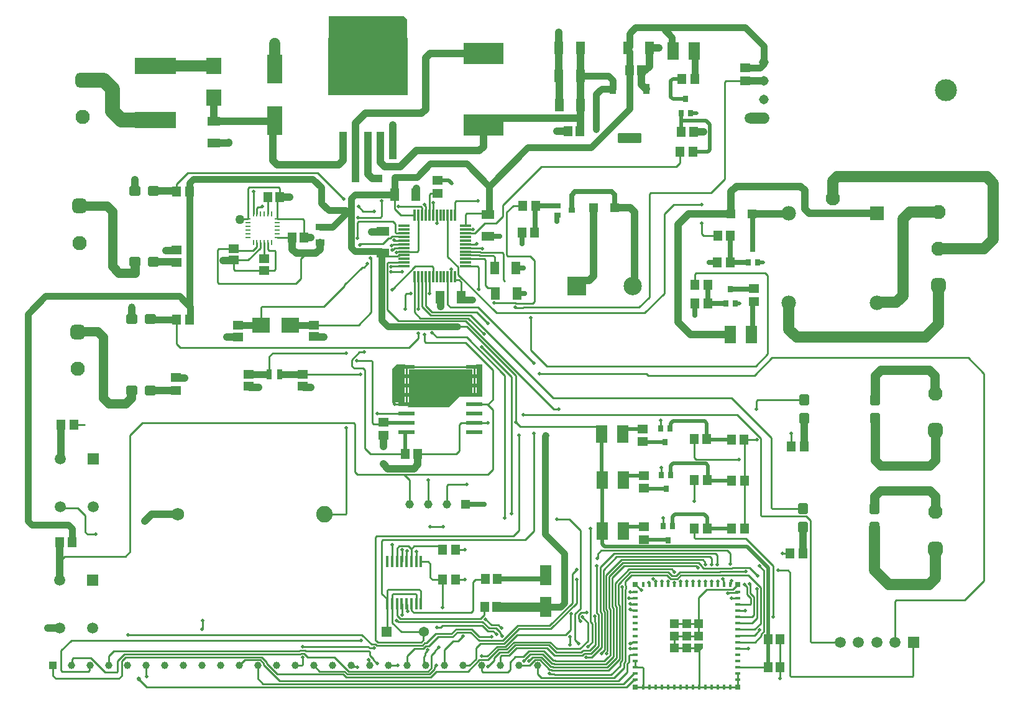
<source format=gtl>
G04*
G04 #@! TF.GenerationSoftware,Altium Limited,Altium Designer,25.2.1 (25)*
G04*
G04 Layer_Physical_Order=1*
G04 Layer_Color=255*
%FSLAX44Y44*%
%MOMM*%
G71*
G04*
G04 #@! TF.SameCoordinates,E3D469A8-3601-4E52-BDEA-DD632D880B34*
G04*
G04*
G04 #@! TF.FilePolarity,Positive*
G04*
G01*
G75*
%ADD12C,0.2500*%
%ADD17C,0.2540*%
%ADD18R,1.2000X1.2000*%
%ADD19R,0.4000X0.8000*%
%ADD20R,0.8000X0.4000*%
%ADD21R,0.8000X0.8000*%
%ADD22R,0.7000X0.9000*%
%ADD23R,1.3500X1.1500*%
%ADD24R,1.6000X2.8000*%
%ADD25R,1.3000X1.4000*%
G04:AMPARAMS|DCode=26|XSize=1.41mm|YSize=1.47mm|CornerRadius=0.1763mm|HoleSize=0mm|Usage=FLASHONLY|Rotation=0.000|XOffset=0mm|YOffset=0mm|HoleType=Round|Shape=RoundedRectangle|*
%AMROUNDEDRECTD26*
21,1,1.4100,1.1175,0,0,0.0*
21,1,1.0575,1.4700,0,0,0.0*
1,1,0.3525,0.5288,-0.5587*
1,1,0.3525,-0.5288,-0.5587*
1,1,0.3525,-0.5288,0.5587*
1,1,0.3525,0.5288,0.5587*
%
%ADD26ROUNDEDRECTD26*%
%ADD27R,1.1500X1.3500*%
G04:AMPARAMS|DCode=28|XSize=1.57mm|YSize=0.41mm|CornerRadius=0.0513mm|HoleSize=0mm|Usage=FLASHONLY|Rotation=270.000|XOffset=0mm|YOffset=0mm|HoleType=Round|Shape=RoundedRectangle|*
%AMROUNDEDRECTD28*
21,1,1.5700,0.3075,0,0,270.0*
21,1,1.4675,0.4100,0,0,270.0*
1,1,0.1025,-0.1538,-0.7338*
1,1,0.1025,-0.1538,0.7338*
1,1,0.1025,0.1538,0.7338*
1,1,0.1025,0.1538,-0.7338*
%
%ADD28ROUNDEDRECTD28*%
%ADD29R,0.9900X3.7900*%
%ADD30R,1.6000X2.4000*%
%ADD31R,2.2000X0.6000*%
%ADD32R,1.4000X1.3000*%
G04:AMPARAMS|DCode=33|XSize=0.28mm|YSize=1.56mm|CornerRadius=0.07mm|HoleSize=0mm|Usage=FLASHONLY|Rotation=90.000|XOffset=0mm|YOffset=0mm|HoleType=Round|Shape=RoundedRectangle|*
%AMROUNDEDRECTD33*
21,1,0.2800,1.4200,0,0,90.0*
21,1,0.1400,1.5600,0,0,90.0*
1,1,0.1400,0.7100,0.0700*
1,1,0.1400,0.7100,-0.0700*
1,1,0.1400,-0.7100,-0.0700*
1,1,0.1400,-0.7100,0.0700*
%
%ADD33ROUNDEDRECTD33*%
G04:AMPARAMS|DCode=34|XSize=0.28mm|YSize=1.56mm|CornerRadius=0.07mm|HoleSize=0mm|Usage=FLASHONLY|Rotation=0.000|XOffset=0mm|YOffset=0mm|HoleType=Round|Shape=RoundedRectangle|*
%AMROUNDEDRECTD34*
21,1,0.2800,1.4200,0,0,0.0*
21,1,0.1400,1.5600,0,0,0.0*
1,1,0.1400,0.0700,-0.7100*
1,1,0.1400,-0.0700,-0.7100*
1,1,0.1400,-0.0700,0.7100*
1,1,0.1400,0.0700,0.7100*
%
%ADD34ROUNDEDRECTD34*%
G04:AMPARAMS|DCode=35|XSize=1.31mm|YSize=0.93mm|CornerRadius=0.0698mm|HoleSize=0mm|Usage=FLASHONLY|Rotation=270.000|XOffset=0mm|YOffset=0mm|HoleType=Round|Shape=RoundedRectangle|*
%AMROUNDEDRECTD35*
21,1,1.3100,0.7905,0,0,270.0*
21,1,1.1705,0.9300,0,0,270.0*
1,1,0.1395,-0.3953,-0.5853*
1,1,0.1395,-0.3953,0.5853*
1,1,0.1395,0.3953,0.5853*
1,1,0.1395,0.3953,-0.5853*
%
%ADD35ROUNDEDRECTD35*%
G04:AMPARAMS|DCode=36|XSize=1.31mm|YSize=3.24mm|CornerRadius=0.0983mm|HoleSize=0mm|Usage=FLASHONLY|Rotation=270.000|XOffset=0mm|YOffset=0mm|HoleType=Round|Shape=RoundedRectangle|*
%AMROUNDEDRECTD36*
21,1,1.3100,3.0435,0,0,270.0*
21,1,1.1135,3.2400,0,0,270.0*
1,1,0.1965,-1.5218,-0.5568*
1,1,0.1965,-1.5218,0.5568*
1,1,0.1965,1.5218,0.5568*
1,1,0.1965,1.5218,-0.5568*
%
%ADD36ROUNDEDRECTD36*%
%ADD37R,1.8000X1.3000*%
%ADD38R,2.1200X2.2800*%
%ADD39R,1.3000X1.8000*%
%ADD40R,2.4000X2.0000*%
%ADD41R,0.7500X1.4000*%
%ADD42R,0.7900X0.2800*%
%ADD43R,0.2800X0.7900*%
%ADD44R,1.2000X0.9000*%
%ADD45R,1.0800X1.0900*%
%ADD46R,1.2000X1.2000*%
%ADD47R,5.4000X2.9000*%
%ADD48R,5.6134X2.3114*%
%ADD49R,2.0000X4.0000*%
G04:AMPARAMS|DCode=50|XSize=1.41mm|YSize=1.47mm|CornerRadius=0.1763mm|HoleSize=0mm|Usage=FLASHONLY|Rotation=90.000|XOffset=0mm|YOffset=0mm|HoleType=Round|Shape=RoundedRectangle|*
%AMROUNDEDRECTD50*
21,1,1.4100,1.1175,0,0,90.0*
21,1,1.0575,1.4700,0,0,90.0*
1,1,0.3525,0.5587,0.5288*
1,1,0.3525,0.5587,-0.5288*
1,1,0.3525,-0.5587,-0.5288*
1,1,0.3525,-0.5587,0.5288*
%
%ADD50ROUNDEDRECTD50*%
%ADD51R,0.9000X0.7000*%
%ADD116R,0.4000X0.4000*%
%ADD117R,10.8400X7.8800*%
%ADD118C,0.9000*%
%ADD119C,1.3000*%
%ADD120C,0.5000*%
%ADD121C,1.5000*%
%ADD122C,0.7000*%
%ADD123C,1.0000*%
%ADD124C,2.0000*%
%ADD125R,0.9850X0.9850*%
%ADD126C,0.9850*%
%ADD127C,1.1628*%
%ADD128R,1.1628X1.1628*%
%ADD129R,1.3700X1.3700*%
%ADD130C,1.3700*%
%ADD131C,1.5080*%
%ADD132R,1.5080X1.5080*%
%ADD133C,2.2500*%
%ADD134C,1.7550*%
%ADD135C,1.9500*%
G04:AMPARAMS|DCode=136|XSize=1.95mm|YSize=1.95mm|CornerRadius=0.4875mm|HoleSize=0mm|Usage=FLASHONLY|Rotation=90.000|XOffset=0mm|YOffset=0mm|HoleType=Round|Shape=RoundedRectangle|*
%AMROUNDEDRECTD136*
21,1,1.9500,0.9750,0,0,90.0*
21,1,0.9750,1.9500,0,0,90.0*
1,1,0.9750,0.4875,0.4875*
1,1,0.9750,0.4875,-0.4875*
1,1,0.9750,-0.4875,-0.4875*
1,1,0.9750,-0.4875,0.4875*
%
%ADD136ROUNDEDRECTD136*%
%ADD137R,1.4980X1.4980*%
%ADD138C,1.4980*%
%ADD139R,2.5000X2.5000*%
%ADD140C,2.5000*%
%ADD141R,1.9800X1.9800*%
%ADD142C,1.9350*%
%ADD143C,1.9800*%
%ADD144C,1.3080*%
%ADD145C,3.0000*%
%ADD146C,0.5000*%
%ADD147C,0.9000*%
%ADD148C,1.0000*%
%ADD149C,0.7000*%
%ADD150C,1.2700*%
%ADD151C,0.3000*%
%ADD152C,1.5000*%
%ADD153C,0.2540*%
G36*
X563880Y1457960D02*
Y1426210D01*
X457200D01*
Y1461770D01*
X560070D01*
X563880Y1457960D01*
D02*
G37*
G36*
X666750Y987678D02*
X666750Y943610D01*
X659087D01*
X658236Y945049D01*
X658242Y945130D01*
X658445Y946150D01*
Y958850D01*
Y971550D01*
Y984250D01*
X658228Y985339D01*
X657611Y986262D01*
X657195Y986540D01*
X657656Y988060D01*
X666368D01*
X666750Y987678D01*
D02*
G37*
G36*
X562005Y986540D02*
X561589Y986262D01*
X560972Y985339D01*
X560755Y984250D01*
Y971550D01*
Y958850D01*
Y946150D01*
Y936295D01*
X547370D01*
X546281Y936078D01*
X545359Y935462D01*
X545080Y935045D01*
X543560Y935506D01*
Y981710D01*
X549910Y988060D01*
X561544D01*
X562005Y986540D01*
D02*
G37*
G36*
X652755Y971550D02*
Y958850D01*
Y946150D01*
X652958Y945130D01*
X652964Y945049D01*
X652114Y943610D01*
X635000D01*
X620648Y929258D01*
X564620D01*
X564470Y930778D01*
X564689Y930822D01*
X565611Y931439D01*
X566228Y932361D01*
X566445Y933450D01*
Y946150D01*
Y958850D01*
Y971550D01*
Y981405D01*
X652755D01*
Y971550D01*
D02*
G37*
G36*
X967380Y601980D02*
X961380Y595980D01*
X955380D01*
Y607980D01*
X967380D01*
Y601980D01*
D02*
G37*
D12*
X488950Y985909D02*
Y993140D01*
D17*
X1045630Y782538D02*
X1047118Y781050D01*
X1045630Y782538D02*
Y887381D01*
X1023340Y885190D02*
X1040340D01*
X722630Y919480D02*
X1013531D01*
X1047118Y781050D02*
X1107440D01*
X1013531Y919480D02*
X1045630Y887381D01*
X1087120Y876440D02*
Y894080D01*
Y876440D02*
X1087260Y876300D01*
X595630Y767080D02*
X613410D01*
X543560Y742950D02*
X543820Y742690D01*
Y719580D02*
Y742690D01*
X284480Y627380D02*
Y628046D01*
X285440Y629006D02*
Y639020D01*
X550576D02*
X552056Y637540D01*
X666889D01*
X550320Y646091D02*
X554811Y641600D01*
X549910Y639020D02*
X550576D01*
X554811Y641600D02*
X664161D01*
X550320Y646091D02*
Y662180D01*
X284480Y628046D02*
X285440Y629006D01*
X744220Y975360D02*
X889650D01*
X892190Y972820D02*
X1036955D01*
X889650Y975360D02*
X892190Y972820D01*
X1036955D02*
X1061085Y996950D01*
X604470Y1024890D02*
X645053D01*
X697230Y972713D01*
X665280Y1012144D02*
X706120Y971305D01*
X712470Y909740D02*
Y972436D01*
X643648Y1047000D02*
X763548Y927100D01*
X770890D01*
X697230Y778510D02*
Y972713D01*
X706120Y784860D02*
Y971305D01*
X712050Y909320D02*
X712470Y909740D01*
X664852Y1020054D02*
X712470Y972436D01*
X632460Y1039710D02*
X645196D01*
X552148Y1047000D02*
X643648D01*
X647069Y1051060D02*
X668724Y1029404D01*
X582160Y1051060D02*
X647069D01*
X763270Y942340D02*
X1005840D01*
X595880Y1055120D02*
X650490D01*
X763270Y942340D01*
X645196Y1039710D02*
X664852Y1020054D01*
X1061085Y996950D02*
X1328420D01*
X1350010Y975360D01*
Y693420D02*
Y975360D01*
X1323340Y666750D02*
X1350010Y693420D01*
X1230448Y666750D02*
X1323340D01*
X1228960Y665262D02*
X1230448Y666750D01*
X1228960Y609430D02*
Y665262D01*
X660400Y1065530D02*
X736600Y989330D01*
Y989330D02*
Y989330D01*
X754380Y985520D02*
X1038860D01*
X1055370Y1002030D01*
Y1108710D01*
X732790Y1007110D02*
X754380Y985520D01*
X732790Y1007110D02*
Y1051560D01*
X1075690Y730250D02*
X1085990D01*
X563600Y733780D02*
X563880Y734060D01*
X563600Y719860D02*
Y733780D01*
X556820Y719580D02*
X557152Y719912D01*
X563320Y719580D02*
X563600Y719860D01*
X557152Y734997D02*
X557485Y735330D01*
X557152Y719912D02*
Y734997D01*
X1072260Y560450D02*
Y575310D01*
Y613410D01*
X1085850Y564098D02*
Y704632D01*
X1083092Y707390D02*
X1085850Y704632D01*
Y564098D02*
X1087338Y562610D01*
X1252002D01*
X957818Y858520D02*
X1016000D01*
X955040Y861298D02*
X957818Y858520D01*
X955040Y861298D02*
Y886460D01*
X1113230Y610918D02*
Y775260D01*
Y610918D02*
X1114718Y609430D01*
X1107440Y781050D02*
X1113230Y775260D01*
X708660Y754380D02*
X716280Y762000D01*
Y891540D01*
X569820Y736621D02*
X573609Y740410D01*
X612280Y735330D02*
Y735930D01*
X607800Y740410D02*
X612280Y735930D01*
X573609Y740410D02*
X607800D01*
X550320Y737652D02*
X553288Y740620D01*
X565821D01*
X569820Y736621D01*
X576450Y732660D02*
X576580Y732790D01*
X576450Y719710D02*
Y732660D01*
X576320Y719580D02*
X576450Y719710D01*
X1114718Y609430D02*
X1153960D01*
X1005840Y942340D02*
X1060450Y887730D01*
Y792698D02*
Y887730D01*
Y792698D02*
X1061938Y791210D01*
X1103390D01*
X1253490Y608960D02*
X1253960Y609430D01*
X1253490Y564098D02*
Y608960D01*
X1252002Y562610D02*
X1253490Y564098D01*
X1069340Y707390D02*
X1083092D01*
X129546Y570135D02*
X131034Y571623D01*
Y576804D02*
X132080Y577850D01*
X131034Y571623D02*
Y576804D01*
X94198Y570135D02*
X129546D01*
X81280Y564098D02*
X85308Y560070D01*
X171232D02*
X175260Y564098D01*
X85308Y560070D02*
X171232D01*
X169839Y570107D02*
Y584521D01*
X168352Y568619D02*
X169839Y570107D01*
X152740Y568619D02*
X168352D01*
X133350Y588010D02*
X152740Y568619D01*
X109438Y588010D02*
X133350D01*
X465185Y589435D02*
X484484Y570135D01*
X169839Y584521D02*
X179017Y593698D01*
X428546Y589435D02*
X465185D01*
X180685Y589625D02*
X365557D01*
X179017Y593698D02*
X418997D01*
X419449Y594150D01*
X175165Y574654D02*
Y584105D01*
X180685Y589625D01*
X423831Y594150D02*
X428546Y589435D01*
X175165Y574654D02*
X175260Y574559D01*
Y564098D02*
Y574559D01*
X81280Y564098D02*
Y577850D01*
X518594Y585190D02*
Y586618D01*
X513553Y591658D02*
X518594Y586618D01*
Y585190D02*
X523240Y580544D01*
X563880Y591158D02*
X574244Y601522D01*
X522188Y610909D02*
X522648D01*
X583103Y609642D02*
X586372Y612910D01*
X511195Y603500D02*
X512665Y602029D01*
X518304D01*
X586467Y601522D02*
X589629Y604684D01*
X574244Y601522D02*
X586467D01*
X588490Y592004D02*
Y595398D01*
X591820Y598728D02*
Y599394D01*
X421640Y603500D02*
X511195D01*
X520700Y612397D02*
Y752892D01*
X522648Y610909D02*
X523915Y609642D01*
X522233Y605582D02*
X584785D01*
X602228Y597148D02*
Y598203D01*
X588490Y595398D02*
X591820Y598728D01*
X586781Y590295D02*
X588490Y592004D01*
X523915Y609642D02*
X583103D01*
X590096Y608744D02*
X602632Y621280D01*
X584785Y605582D02*
X587947Y608744D01*
X502638Y619760D02*
X515550Y606849D01*
X586372Y612910D02*
Y623202D01*
X587947Y608744D02*
X590096D01*
X515550Y606849D02*
X520966D01*
X602228Y598203D02*
X607060Y603035D01*
X596995Y591915D02*
X602228Y597148D01*
X520700Y612397D02*
X522188Y610909D01*
X589629Y604684D02*
X593552D01*
X520966Y606849D02*
X522233Y605582D01*
X518304Y602029D02*
X518775Y601559D01*
X586372Y623202D02*
X586740Y623570D01*
X593552Y604684D02*
X606089Y617220D01*
X106680Y612140D02*
X501650D01*
X586781Y582327D02*
Y590295D01*
Y582327D02*
X589280Y579828D01*
Y577850D02*
Y579828D01*
X596995Y574654D02*
Y591915D01*
X624273Y621280D02*
X630523Y627530D01*
X606089Y617220D02*
X625955D01*
X632205Y623470D02*
X650482D01*
X662023Y611930D01*
X630523Y627530D02*
X652164D01*
X602632Y621280D02*
X624273D01*
X625955Y617220D02*
X632205Y623470D01*
X633055Y611155D02*
X640080Y618180D01*
X626613Y611155D02*
X633055D01*
X652164Y627530D02*
X662474Y617220D01*
X768310Y600750D02*
X799698D01*
X759135Y609925D02*
X768310Y600750D01*
X799698D02*
X810130Y611181D01*
X786130Y606040D02*
Y617220D01*
X678979Y632931D02*
X688078D01*
X692048Y628960D01*
X692714D01*
X670976Y640934D02*
X678979Y632931D01*
X664161Y641600D02*
X669290Y646729D01*
X693381Y618380D02*
Y619046D01*
X691090Y621336D02*
Y623103D01*
X687424Y626769D02*
X691090Y623103D01*
Y621336D02*
X693381Y619046D01*
X687424Y626769D02*
Y626777D01*
X685330Y628871D02*
X687424Y626777D01*
X792666Y612694D02*
Y648215D01*
Y612694D02*
X797560Y607800D01*
X689936Y595900D02*
X701349D01*
X686573Y604020D02*
X697986D01*
X713528Y619562D02*
X780006D01*
X703031Y591840D02*
X712996Y601805D01*
X683533Y608080D02*
X696304D01*
X697986Y604020D02*
X713528Y619562D01*
X701349Y595900D02*
X711314Y605865D01*
X688254Y599960D02*
X699667D01*
X709632Y609925D02*
X759135D01*
X692368Y591840D02*
X703031D01*
X681851Y612140D02*
X694622D01*
X712996Y601805D02*
X754756D01*
X714712Y632230D02*
X758223D01*
X711314Y605865D02*
X756845D01*
X716394Y628170D02*
X759904D01*
X696304Y608080D02*
X716394Y628170D01*
X699667Y599960D02*
X709632Y609925D01*
X694622Y612140D02*
X714712Y632230D01*
X609821Y630181D02*
X612100Y632460D01*
X604991Y630181D02*
X609821D01*
X604520Y629710D02*
X604991Y630181D01*
X675558Y628871D02*
X685330D01*
X666227Y632460D02*
X673876Y624811D01*
X666889Y637540D02*
X675558Y628871D01*
X673876Y624811D02*
X681200D01*
X612100Y632460D02*
X666227D01*
X681200Y624811D02*
X685800Y620211D01*
X669290Y646729D02*
Y656970D01*
X814070Y764540D02*
X814190Y764420D01*
Y637251D02*
Y764420D01*
X803040Y643849D02*
X810130Y636759D01*
Y611181D02*
Y636759D01*
X814190Y637251D02*
X816650Y634791D01*
X758223Y632230D02*
X789254Y663261D01*
Y703104D02*
X794810Y708660D01*
X789254Y663261D02*
Y703104D01*
X794810Y663075D02*
Y694690D01*
X759904Y628170D02*
X794810Y663075D01*
X786707Y626263D02*
Y645752D01*
X786905Y645950D02*
Y647689D01*
X787376Y648160D01*
X786707Y645752D02*
X786905Y645950D01*
X792666Y648215D02*
X800100Y655649D01*
X780006Y619562D02*
X786707Y626263D01*
X797750Y641380D02*
Y646705D01*
X800186Y638278D02*
Y638944D01*
X797750Y641380D02*
X800186Y638944D01*
X803040Y643849D02*
Y644514D01*
X797750Y646705D02*
X801284Y650240D01*
X808900D01*
X800100Y655649D02*
Y761939D01*
X784799Y777240D02*
X800100Y761939D01*
X810350Y603920D02*
X816650Y610220D01*
X803276Y597920D02*
X803986Y598630D01*
X804958Y593860D02*
X805668Y594570D01*
X803137Y597920D02*
X803276D01*
X805668Y594570D02*
X809911D01*
X804819Y593860D02*
X804958D01*
X803986Y598630D02*
X813207D01*
X800847Y595630D02*
X803137Y597920D01*
X802529Y591570D02*
X804819Y593860D01*
X764991Y591570D02*
X802529D01*
X815340Y589280D02*
X828830Y602770D01*
X807720Y589280D02*
X815340D01*
X767080Y595630D02*
X800847D01*
X816650Y610220D02*
Y634791D01*
X813207Y598630D02*
X820710Y606133D01*
X810001Y594480D02*
X814798D01*
X820710Y606133D02*
Y636473D01*
X824770Y604452D02*
Y647408D01*
X814798Y594480D02*
X824770Y604452D01*
X828830Y602770D02*
Y649089D01*
X829210Y594753D02*
Y595418D01*
X832890Y599098D01*
Y650771D01*
X809911Y594570D02*
X810001Y594480D01*
X756845Y605865D02*
X767080Y595630D01*
X754756Y601805D02*
X764991Y591570D01*
X764369Y579930D02*
X834591D01*
X758030Y567305D02*
X758501Y566834D01*
X764011D02*
X765696Y565150D01*
X760221Y572595D02*
X761006Y571810D01*
X766051Y583990D02*
X832697D01*
X758501Y566834D02*
X764011D01*
X761209Y580715D02*
X763584D01*
X759527Y576655D02*
X761903D01*
X762688Y575870D01*
X763584Y580715D02*
X764369Y579930D01*
X761006Y571810D02*
X837955D01*
X749921Y597745D02*
X762891Y584775D01*
X765266D02*
X766051Y583990D01*
X762688Y575870D02*
X836273D01*
X762891Y584775D02*
X765266D01*
X757846Y572595D02*
X760221D01*
X765696Y565150D02*
X842010D01*
X724654Y585886D02*
Y586697D01*
X723424Y584656D02*
X724654Y585886D01*
Y586697D02*
X731642Y593685D01*
X723424Y583990D02*
Y584656D01*
X748239Y593685D02*
X761209Y580715D01*
X832697Y583990D02*
X837802Y589096D01*
X837955Y571810D02*
X853190Y587045D01*
X834591Y579930D02*
X845070Y590409D01*
X836273Y575870D02*
X849130Y588727D01*
X847480Y659148D02*
Y690251D01*
X851540Y660830D02*
Y688523D01*
X744876Y585565D02*
X757846Y572595D01*
X746557Y589625D02*
X759527Y576655D01*
X842010Y565150D02*
X854677Y577817D01*
X747010Y561090D02*
X845570D01*
X741680Y566420D02*
X747010Y561090D01*
X741680Y566420D02*
Y577850D01*
X845570Y561090D02*
X859480Y575000D01*
X368395Y578883D02*
X390248Y557030D01*
X360680Y560308D02*
X368018Y552970D01*
X851670Y557030D02*
X863540Y568900D01*
X368018Y552970D02*
X858370D01*
X872880Y567480D01*
X390248Y557030D02*
X851670D01*
X199210Y558980D02*
X209280Y548910D01*
X862810D01*
X872150Y558250D01*
X874780Y678080D02*
X874880Y677980D01*
X867830Y678180D02*
X867930Y678080D01*
X874780D01*
X861310Y583682D02*
Y681529D01*
X859480Y581852D02*
X861310Y583682D01*
X862120Y682339D02*
Y686721D01*
X861310Y681529D02*
X862120Y682339D01*
X822435Y649742D02*
Y714102D01*
Y649742D02*
X824770Y647408D01*
X845937Y730520D02*
X874112D01*
X827180Y711763D02*
X845937Y730520D01*
X827180Y650739D02*
Y711763D01*
X853360Y690343D02*
Y690389D01*
X851540Y688523D02*
X853360Y690343D01*
Y690389D02*
X868281Y705310D01*
X861310Y687531D02*
X862120Y686721D01*
X861310Y692597D02*
X869963Y701250D01*
X856790Y684490D02*
X856830Y684530D01*
X856790Y661321D02*
Y684490D01*
X861310Y687531D02*
Y692597D01*
X874833Y669433D02*
X874880Y669480D01*
X866600Y669385D02*
X866647Y669433D01*
X874833D01*
X856790Y661321D02*
X857250Y660861D01*
X831240Y652421D02*
X832890Y650771D01*
X837911Y589096D02*
X841010Y592195D01*
X851540Y660830D02*
X853190Y659180D01*
X835300Y654103D02*
X836950Y652453D01*
X843420Y657466D02*
Y698032D01*
X839360Y655785D02*
Y699713D01*
X854677Y582791D02*
X857250Y585364D01*
X831240Y652421D02*
Y708050D01*
X853190Y587045D02*
Y659180D01*
X841010Y592195D02*
Y654135D01*
X849130Y588727D02*
Y657498D01*
X845070Y590409D02*
Y655816D01*
X827180Y650739D02*
X828830Y649089D01*
X843420Y657466D02*
X845070Y655816D01*
X835300Y654103D02*
Y701395D01*
X839360Y655785D02*
X841010Y654135D01*
X847480Y659148D02*
X849130Y657498D01*
X857250Y585364D02*
Y660861D01*
X836950Y597416D02*
Y652453D01*
X184150Y619760D02*
X502638D01*
X556399Y623570D02*
X586740D01*
X543820Y636149D02*
X556399Y623570D01*
X543820Y636149D02*
Y662180D01*
X557175Y647245D02*
X557530Y646890D01*
X557175Y647245D02*
Y661825D01*
X819480Y637703D02*
X820710Y636473D01*
X819480Y637703D02*
Y645217D01*
X835300Y701395D02*
X856305Y722400D01*
X839360Y699713D02*
X857877Y718231D01*
X847480Y690251D02*
X866599Y709370D01*
X831240Y708050D02*
X849650Y726460D01*
X843420Y698032D02*
X859338Y713950D01*
X837802Y589096D02*
X837911D01*
X836191Y596657D02*
X836950Y597416D01*
X835720Y594386D02*
X836191Y594857D01*
Y596657D01*
X868496Y654050D02*
X869336Y653210D01*
X874150D01*
X868088Y592980D02*
X874880D01*
X868175Y661325D02*
X874535D01*
X867830Y601480D02*
X874880D01*
X867830Y654050D02*
X868496D01*
X866600Y591492D02*
X868088Y592980D01*
X867830Y661670D02*
X868175Y661325D01*
X863540Y580170D02*
X866600Y583230D01*
Y591492D01*
X874535Y661325D02*
X874880Y660980D01*
X874150Y653210D02*
X874880Y652480D01*
X854677Y577817D02*
Y582791D01*
X556820Y662180D02*
X557175Y661825D01*
X662023Y611930D02*
X681641D01*
X662474Y617220D02*
X679450D01*
X511896Y585834D02*
X512367Y585363D01*
Y578563D02*
X513080Y577850D01*
X512367Y578563D02*
Y585363D01*
X513553Y591658D02*
Y596288D01*
X512083Y597758D02*
X513553Y596288D01*
X563880Y577850D02*
Y591158D01*
X425965Y597758D02*
X512083D01*
X417315D02*
X417767Y598210D01*
X425513D01*
X157480Y590550D02*
X164688Y597758D01*
X417315D01*
X425513Y598210D02*
X425965Y597758D01*
X157480Y577850D02*
Y590550D01*
X683323Y607870D02*
X683533Y608080D01*
X673408Y590855D02*
X686573Y604020D01*
X681641Y611930D02*
X681851Y612140D01*
X663718Y607870D02*
X683323D01*
X665480Y590855D02*
X673408D01*
X657860Y602012D02*
X663718Y607870D01*
X673859Y585565D02*
X688254Y599960D01*
X682764Y588727D02*
X689936Y595900D01*
X690880Y590352D02*
X692368Y591840D01*
X690880Y577850D02*
Y590352D01*
X866599Y709370D02*
X924420D01*
X869963Y701250D02*
X917720D01*
X868281Y705310D02*
X919402D01*
X874880Y688480D02*
X882867Y680493D01*
Y680493D02*
Y680493D01*
X1028834Y700977D02*
X1045630Y684181D01*
X924342Y700370D02*
X930567D01*
X935507Y705310D02*
X990003D01*
X930567Y700370D02*
X935507Y705310D01*
X924420Y709370D02*
X928130Y705660D01*
X869036Y608136D02*
X870149Y609250D01*
X874150D01*
X868370Y608136D02*
X869036D01*
X917720Y701250D02*
X922660Y696310D01*
X919402Y705310D02*
X924342Y700370D01*
X990003Y705310D02*
X990960Y706267D01*
X922660Y696310D02*
X932249D01*
X936916Y700977D01*
X1028834D01*
X489079Y576451D02*
X494774D01*
X495349Y575876D01*
X496015D01*
X551215Y578124D02*
X551489Y578398D01*
X538754Y578124D02*
X551215D01*
X538480Y577850D02*
X538754Y578124D01*
X731642Y593685D02*
X748239D01*
X711724Y590044D02*
X722259D01*
X729960Y597745D01*
X749921D01*
X735063Y589625D02*
X746557D01*
X729944Y584506D02*
X735063Y589625D01*
X704393Y582712D02*
X711724Y590044D01*
X738484Y585565D02*
X744876D01*
X730769Y577850D02*
X738484Y585565D01*
X716280Y577850D02*
X730769D01*
X360680Y560308D02*
Y577850D01*
X863540Y568900D02*
Y580170D01*
X859480Y575000D02*
Y581852D01*
X893880Y688480D02*
Y690373D01*
X893059Y691194D02*
X893880Y690373D01*
X910880Y688480D02*
Y692250D01*
X919239Y688621D02*
Y692250D01*
X874150Y609250D02*
X874880Y609980D01*
X902380Y688480D02*
Y692250D01*
X92710Y598170D02*
X106680Y612140D01*
X92710Y571623D02*
Y598170D01*
Y571623D02*
X94198Y570135D01*
X522188Y754380D02*
X708660D01*
X520700Y752892D02*
X522188Y754380D01*
X106680Y577850D02*
X107950Y579120D01*
Y586522D01*
X109438Y588010D01*
X419449Y594150D02*
X423831D01*
X484484Y570135D02*
X592476D01*
X596995Y574654D01*
X478743Y570135D02*
X482803Y566075D01*
X477061D02*
X481121Y562015D01*
X595839D02*
X603959Y570135D01*
X482803Y566075D02*
X594157D01*
X481121Y562015D02*
X595839D01*
X601055Y575540D02*
X603510Y577994D01*
Y578660D01*
X601055Y572973D02*
Y575540D01*
X603959Y570135D02*
X646854D01*
X594157Y566075D02*
X601055Y572973D01*
X444595Y570135D02*
X478743D01*
X386944Y566075D02*
X477061D01*
X614680Y599222D02*
X626613Y611155D01*
X823641Y729661D02*
X828560Y734580D01*
X823641Y724371D02*
Y729661D01*
X823170Y723900D02*
X823641Y724371D01*
X927880Y688480D02*
Y691020D01*
X919239Y688621D02*
X919380Y688480D01*
X859338Y713950D02*
X957370D01*
X959911Y711408D02*
X960088D01*
X957370Y713950D02*
X959911Y711408D01*
X342995Y585565D02*
X361713D01*
X363876D01*
X368395Y578883D02*
Y578883D01*
X363876Y585565D02*
X368395Y581046D01*
X365557Y589625D02*
X372455Y582727D01*
Y580564D02*
Y582727D01*
X368395Y578883D02*
Y581046D01*
X335280Y577850D02*
X342995Y585565D01*
X372455Y580564D02*
X386944Y566075D01*
X646854Y570135D02*
X662284Y585565D01*
X673859D01*
X682764Y584973D02*
Y588727D01*
X674370Y576580D02*
X682764Y584973D01*
X640080Y577850D02*
X648828D01*
X657860Y586882D02*
Y602012D01*
X648828Y577850D02*
X657860Y586882D01*
X666968Y568960D02*
X701040D01*
X828560Y734580D02*
X875794D01*
X875854Y734520D02*
X1000300D01*
X984322Y730460D02*
X986790Y727992D01*
X960746Y718231D02*
X965090Y713887D01*
X872490Y726400D02*
X976702D01*
X979170Y723932D01*
X870809Y722340D02*
X966680D01*
X1000300Y734520D02*
X1004570Y730250D01*
X857877Y718231D02*
X960746D01*
X966680Y722340D02*
X969909Y719111D01*
X874172Y730460D02*
X984322D01*
X420152Y577850D02*
X421640Y579338D01*
Y588860D01*
X411480Y577850D02*
X420152D01*
X614680D02*
Y599222D01*
X436880Y577850D02*
X444595Y570135D01*
X944880Y688480D02*
Y692960D01*
X953380Y688480D02*
Y692960D01*
X961880Y688480D02*
Y692960D01*
X987380Y688480D02*
Y692960D01*
X936380Y688480D02*
Y692960D01*
X978880Y688480D02*
Y692960D01*
X970380Y688480D02*
Y692960D01*
X988981Y710030D02*
X989278Y710327D01*
X965090Y713129D02*
Y713887D01*
X968189Y710030D02*
X988981D01*
X965090Y713129D02*
X968189Y710030D01*
X1006098Y710327D02*
X1007328Y711557D01*
X969909Y715791D02*
X970380Y715320D01*
X989278Y710327D02*
X1006098D01*
X986790Y715320D02*
Y727992D01*
X990960Y706267D02*
X1025456D01*
X979170Y715320D02*
Y723932D01*
X1030633Y711557D02*
X1041820Y700370D01*
X969909Y715791D02*
Y719111D01*
X487680Y577850D02*
X489079Y576451D01*
X701040Y568960D02*
X704393Y572313D01*
Y582712D01*
X874150Y558250D02*
X874880Y558980D01*
X872150Y558250D02*
X874150D01*
X718250Y903540D02*
X822300D01*
X736600Y760730D02*
Y894080D01*
X822300Y903540D02*
X829030Y896810D01*
Y892810D02*
Y896810D01*
X712470Y909320D02*
X718250Y903540D01*
X209550Y562610D02*
Y563276D01*
X208280Y564546D02*
Y577850D01*
Y564546D02*
X209550Y563276D01*
X1007328Y711557D02*
X1030633D01*
X1004570Y716280D02*
Y730250D01*
X1005110Y692204D02*
X1006050Y693144D01*
Y693810D01*
X1004380Y688480D02*
X1005110Y689210D01*
Y692204D01*
X993990Y695021D02*
X995150Y693861D01*
X993990Y695021D02*
Y695687D01*
X995150Y689210D02*
X995880Y688480D01*
X995150Y689210D02*
Y693861D01*
X849650Y726460D02*
X872430D01*
X874112Y730520D02*
X874172Y730460D01*
X875794Y734580D02*
X875854Y734520D01*
X856305Y722400D02*
X870749D01*
X872430Y726460D02*
X872490Y726400D01*
X870749Y722400D02*
X870809Y722340D01*
X955180Y752058D02*
Y764540D01*
X1025722Y750570D02*
X1062780Y713512D01*
X955180Y752058D02*
X956668Y750570D01*
X1025722D01*
X1002656Y677630D02*
X1014530D01*
X1001426Y676400D02*
X1002656Y677630D01*
X1000760Y676400D02*
X1001426D01*
X1014880Y626980D02*
X1037422D01*
X1045630Y635188D02*
Y684181D01*
X1039476Y620681D02*
Y621553D01*
X1039382Y620281D02*
Y620587D01*
X1037422Y626980D02*
X1045630Y635188D01*
X1039382Y620587D02*
X1039476Y620681D01*
Y621553D02*
X1044400Y626477D01*
X1037586Y618485D02*
X1039382Y620281D01*
X1031490Y676077D02*
Y686212D01*
X1031095Y686607D02*
Y688524D01*
X1030624Y688994D02*
X1031095Y688524D01*
Y686607D02*
X1031490Y686212D01*
X1027430Y674370D02*
Y684530D01*
X1023620Y688340D02*
X1027430Y684530D01*
X665480Y570448D02*
X666968Y568960D01*
X665480Y570448D02*
Y577850D01*
X972520Y681690D02*
X1008090D01*
X961380Y670550D02*
X972520Y681690D01*
X1014530Y677630D02*
X1014880Y677980D01*
X1008090Y681690D02*
X1014880Y688480D01*
X1031490Y676077D02*
X1036570Y670996D01*
X1027430Y674370D02*
X1032510Y669290D01*
Y662468D02*
Y669290D01*
X1036570Y646988D02*
Y670996D01*
X1033562Y643980D02*
X1036570Y646988D01*
X1040340Y681990D02*
X1040630Y681700D01*
Y642516D02*
Y681700D01*
X746380Y695960D02*
Y709930D01*
X1005840Y669290D02*
X1005935Y669385D01*
X1014785D02*
X1014880Y669480D01*
X1005935Y669385D02*
X1014785D01*
X1033594Y635480D02*
X1040630Y642516D01*
X1031022Y660980D02*
X1032510Y662468D01*
X1014880Y660980D02*
X1031022D01*
X1014880Y643980D02*
X1033562D01*
X1046970Y621566D02*
X1049690Y624286D01*
Y707458D01*
X1044224Y712923D02*
X1049690Y707458D01*
X1044224Y712923D02*
Y713456D01*
X872880Y567480D02*
X874880D01*
X1014885Y618485D02*
X1037586D01*
X1014880Y609980D02*
X1037970D01*
X1046970Y618980D01*
Y621566D01*
X1015030Y652630D02*
X1024740D01*
X1024890Y652780D01*
X1014880Y652480D02*
X1015030Y652630D01*
X961380Y634980D02*
Y670550D01*
X1062780Y679374D02*
Y713512D01*
Y679374D02*
X1062990Y679164D01*
Y643890D02*
Y679164D01*
X1014880Y635480D02*
X1033594D01*
X1014880Y618480D02*
X1014885Y618485D01*
X885380Y548480D02*
Y574492D01*
X874880Y575980D02*
X883892D01*
X885380Y574492D01*
X768350Y777240D02*
X784799D01*
X725170Y749300D02*
X736600Y760730D01*
X531078Y749300D02*
X725170D01*
X550320Y719580D02*
Y737652D01*
X569820Y719580D02*
Y736621D01*
X547370Y933450D02*
X563600D01*
X659130Y1059180D02*
X674370Y1043940D01*
X597562Y1059180D02*
X659130D01*
X584370Y1066630D02*
X595880Y1055120D01*
X573830Y1059390D02*
X582160Y1051060D01*
X536710Y1062438D02*
X552148Y1047000D01*
X589370Y1067372D02*
X597562Y1059180D01*
X661430Y1090562D02*
Y1120162D01*
X682171Y1071560D02*
X711676D01*
X661430Y1090562D02*
X662001Y1089991D01*
X623570Y1065530D02*
X660400D01*
X506730Y873760D02*
Y980051D01*
Y873760D02*
X514350Y866140D01*
X503801Y982980D02*
X506730Y980051D01*
X523240Y920750D02*
X563600D01*
X421640Y974090D02*
X500380D01*
X491879Y982980D02*
X503801D01*
X515402Y993140D02*
X516890Y991652D01*
X518378Y906780D02*
X529730D01*
X516890Y908268D02*
Y991652D01*
Y908268D02*
X518378Y906780D01*
X532130Y909180D02*
X533260Y908050D01*
X529730Y906780D02*
X532130Y909180D01*
X495300Y993140D02*
X515402D01*
X255270Y1010920D02*
X566420D01*
X250190Y1016000D02*
X255270Y1010920D01*
X566420D02*
X579120Y1023620D01*
Y1029970D01*
X514350Y866140D02*
X561340D01*
X673100Y933450D02*
X680720Y925830D01*
X643680Y1017480D02*
X680720Y980440D01*
X588010Y1018968D02*
X589498Y1017480D01*
X643680D01*
X588010Y1018968D02*
Y1028700D01*
X633560Y1110150D02*
X685800Y1057910D01*
X633560Y1110150D02*
Y1119024D01*
X637926Y1094965D02*
Y1100042D01*
X629500Y1103083D02*
X634885D01*
X685800Y1057910D02*
X887730D01*
X634885Y1103083D02*
X637926Y1100042D01*
X659942Y1121650D02*
X661430Y1120162D01*
X643670Y1121650D02*
X659942D01*
X1014880Y601480D02*
X1015265Y601095D01*
X1028315D02*
X1028700Y600710D01*
X1015265Y601095D02*
X1028315D01*
X955040Y801370D02*
X955180Y801510D01*
Y830580D01*
X1014880Y575980D02*
X1055590D01*
X910515Y837615D02*
Y847015D01*
X910590Y847090D01*
X910440Y837540D02*
X910515Y837615D01*
X913055Y767765D02*
Y778435D01*
X912980Y767690D02*
X913055Y767765D01*
Y778435D02*
X913130Y778510D01*
X909245Y901115D02*
Y911785D01*
X909170Y901040D02*
X909245Y901115D01*
Y911785D02*
X909320Y911860D01*
X1023340Y885190D02*
X1023480Y885050D01*
Y829310D02*
Y885050D01*
Y764540D02*
Y829310D01*
X564100Y653226D02*
X565150Y652176D01*
X564100Y653226D02*
Y661400D01*
X565150Y651510D02*
Y652176D01*
X563320Y662180D02*
X564100Y661400D01*
X711671Y1065059D02*
X722119D01*
X711200Y1065530D02*
X711671Y1065059D01*
X722119D02*
X722590Y1065530D01*
X712416Y1070820D02*
X735290D01*
X737870Y1073400D01*
X711676Y1071560D02*
X712416Y1070820D01*
X887730Y1057910D02*
X914400Y1084580D01*
X927100Y1205230D02*
X965200D01*
X529590Y747812D02*
X531078Y749300D01*
X529590Y675710D02*
Y747812D01*
Y675710D02*
X536560Y668740D01*
Y662940D02*
Y668740D01*
Y662940D02*
X537320Y662180D01*
Y668740D02*
Y680392D01*
X572975Y650240D02*
X651121D01*
X595630Y697619D02*
Y716651D01*
Y697619D02*
X598559Y694690D01*
X612280D01*
X592701Y719580D02*
X595630Y716651D01*
X560070Y838200D02*
X674370D01*
X560070D02*
X567690Y830580D01*
X496078Y838200D02*
X560070D01*
X680720Y844550D02*
Y925830D01*
X746380Y709930D02*
X753110Y703200D01*
Y700950D02*
Y703200D01*
X612140Y656590D02*
X612280Y656730D01*
Y694690D01*
X537320Y624950D02*
Y662180D01*
X535940Y623570D02*
X537320Y624950D01*
X582820Y662180D02*
Y679560D01*
X580500Y681880D02*
X582820Y679560D01*
X538808Y681880D02*
X580500D01*
X537320Y680392D02*
X538808Y681880D01*
X543820Y662180D02*
Y674412D01*
X545308Y675900D01*
X574832D01*
X576320Y674412D01*
Y662180D02*
Y674412D01*
X570250Y652965D02*
Y655049D01*
Y652965D02*
X572975Y650240D01*
X569820Y655479D02*
X570250Y655049D01*
X569820Y655479D02*
Y662180D01*
X629780Y735330D02*
X642620D01*
X874880Y575980D02*
Y584480D01*
X1014880Y558980D02*
Y567480D01*
Y548480D02*
Y558980D01*
X1004380Y548480D02*
X1014880D01*
X995880D02*
X1004380D01*
X987380D02*
X995880D01*
X978880D02*
X987380D01*
X970380D02*
X978880D01*
X961880D02*
X970380D01*
X953380D02*
X961880D01*
X944880D02*
X953380D01*
X936380D02*
X944880D01*
X927880D02*
X936380D01*
X919380D02*
X927880D01*
X910880D02*
X919380D01*
X902380D02*
X910880D01*
X893880D02*
X902380D01*
X885380D02*
X893880D01*
X874880D02*
X885380D01*
X961380Y601980D02*
X961880Y601480D01*
Y548480D02*
Y601480D01*
X944880Y601980D02*
X961380D01*
X928380D02*
X944880D01*
X928380D02*
Y618480D01*
X944880D01*
X961380D01*
Y634980D01*
X944880D02*
X961380D01*
X928380D02*
X944880D01*
X629780Y694690D02*
X642620D01*
X1040130Y927100D02*
Y938312D01*
X1041618Y939800D02*
X1104660D01*
X1040130Y938312D02*
X1041618Y939800D01*
X651121Y650240D02*
X654050Y653169D01*
Y691761D01*
X656979Y694690D01*
X669290D01*
X670560Y695960D01*
X669290Y656970D02*
X670180Y657860D01*
X582820Y719580D02*
X592701D01*
X336000Y1185114D02*
X336550D01*
X337416Y1185980D01*
X347330D01*
X359530Y1193180D02*
Y1200940D01*
X361018Y1202428D02*
X366768D01*
X359530Y1200940D02*
X361018Y1202428D01*
X366768D02*
X367030Y1202690D01*
X374270Y1195990D02*
X374530Y1195730D01*
X374270Y1195990D02*
Y1215390D01*
X514821Y1127821D02*
X515230Y1127411D01*
Y1058790D02*
Y1127411D01*
X503255Y1120475D02*
X505195D01*
X509940Y1125220D01*
X499249Y1004570D02*
X505880D01*
X514350Y1132840D02*
X514821Y1132369D01*
X488950Y994271D02*
X499249Y1004570D01*
X514821Y1127821D02*
Y1132369D01*
X498220Y1041780D02*
X515230Y1058790D01*
X478905Y1096125D02*
X503255Y1120475D01*
X488950Y993140D02*
Y994271D01*
X376290Y998684D02*
X380906Y1003300D01*
X481330D01*
X492760Y841518D02*
X496078Y838200D01*
X674370D02*
X680720Y844550D01*
X492760Y841518D02*
Y906562D01*
X491272Y908050D02*
X492760Y906562D01*
X186690Y891540D02*
X203200Y908050D01*
X491272D01*
X722590Y1065530D02*
X880110D01*
X598170Y1031190D02*
X604470Y1024890D01*
X573830Y1059390D02*
Y1080539D01*
X579245Y1063115D02*
Y1107225D01*
X579370Y1107350D01*
X579120Y1062990D02*
X579245Y1063115D01*
X573830Y1080539D02*
X574370Y1081079D01*
Y1107350D01*
X684530Y1084580D02*
Y1087080D01*
X674121Y1092310D02*
X679300D01*
X670560Y1095871D02*
X674121Y1092310D01*
X679300D02*
X684530Y1087080D01*
X670560Y1095871D02*
Y1130162D01*
X965200Y1165860D02*
Y1179830D01*
X643800Y1151780D02*
X658730D01*
X643670Y1146650D02*
X664974D01*
X681180Y1136190D02*
X683260Y1134110D01*
X643670Y1151650D02*
X643800Y1151780D01*
X662417Y1136650D02*
X662877Y1136190D01*
X664559Y1140250D02*
X693630D01*
X663159Y1141650D02*
X664559Y1140250D01*
X643670Y1136650D02*
X662417D01*
X693630Y1140250D02*
X695200Y1138680D01*
X664974Y1146650D02*
X666084Y1145540D01*
X658730Y1151780D02*
X658890Y1151940D01*
X666084Y1145540D02*
X666750D01*
X643670Y1141650D02*
X663159D01*
X662877Y1136190D02*
X681180D01*
X655950Y1166490D02*
X669627Y1180167D01*
X651429Y1166490D02*
X655950D01*
X651399Y1166520D02*
X651429Y1166490D01*
X643670Y1166650D02*
X643800Y1166520D01*
X651399D01*
X629370Y1190950D02*
Y1208822D01*
X630858Y1210310D01*
X659130D01*
X589370Y1067372D02*
Y1107350D01*
X594360Y1084880D02*
X594660Y1084580D01*
X594360Y1084880D02*
Y1107340D01*
X584370Y1066630D02*
Y1107350D01*
X561340Y1083092D02*
X562828Y1084580D01*
X568960D01*
X561340Y1062990D02*
Y1083092D01*
X594360Y1107340D02*
X594370Y1107350D01*
X594150Y1218912D02*
X595988Y1220750D01*
X594150Y1203766D02*
X594370Y1203546D01*
X594150Y1203766D02*
Y1218912D01*
X599405Y1207735D02*
X599440Y1207770D01*
X599405Y1190985D02*
Y1207735D01*
X594370Y1190950D02*
Y1203546D01*
X599370Y1190950D02*
X599405Y1190985D01*
X589370Y1190950D02*
Y1203204D01*
X588010Y1204564D02*
X589370Y1203204D01*
X588010Y1204564D02*
Y1205230D01*
X584370Y1190950D02*
Y1201202D01*
X582882Y1202690D02*
X584370Y1201202D01*
X552450Y1202690D02*
X582882D01*
X543710Y1090060D02*
X575130Y1121480D01*
X542000Y1113790D02*
X557530D01*
X536710Y1125162D02*
X538198Y1126650D01*
X559940Y1121520D02*
X560070Y1121650D01*
X542160Y1121520D02*
X559940D01*
X542000Y1121360D02*
X542160Y1121520D01*
X538198Y1126650D02*
X560070D01*
X536710Y1062438D02*
Y1125162D01*
X450280Y1066480D02*
X478905Y1095105D01*
Y1096125D01*
X551199Y1135515D02*
X551524Y1135840D01*
X549699Y1140805D02*
X550169Y1141276D01*
X553266D02*
X553510Y1141520D01*
X559940D01*
X535275Y1135515D02*
X551199D01*
X543880Y1143747D02*
X544546D01*
X551524Y1135840D02*
X552860D01*
X544546Y1143747D02*
X547449Y1146650D01*
X559940Y1141520D02*
X560070Y1141650D01*
X542834Y1150182D02*
X543499D01*
X547449Y1146650D02*
X560070D01*
X530860Y1139930D02*
X535275Y1135515D01*
X543499Y1150182D02*
X544967Y1151650D01*
X552860Y1135840D02*
X553670Y1136650D01*
X544967Y1151650D02*
X560070D01*
X550169Y1141276D02*
X553266D01*
X560070Y1141650D02*
X577882D01*
X553670Y1136650D02*
X560070D01*
X546091Y1157013D02*
X546325Y1156780D01*
X559940D01*
X560070Y1156650D01*
X552860Y1162460D02*
X553670Y1161650D01*
X560070D01*
X530860Y1151890D02*
X538610Y1159640D01*
X543836Y1162460D02*
X552860D01*
X538610Y1159640D02*
X541016D01*
X501150Y1151890D02*
X530860D01*
X541016Y1159640D02*
X543836Y1162460D01*
X499880Y1150620D02*
X501150Y1151890D01*
X496570Y1180882D02*
X498058Y1182370D01*
X544830D02*
X547588Y1179612D01*
X498058Y1182370D02*
X544830D01*
X529590Y1190208D02*
Y1210310D01*
X441960Y1248740D02*
X477520Y1213180D01*
Y1212850D02*
Y1213180D01*
X669627Y1180167D02*
X684867D01*
X575130Y1121480D02*
X597882D01*
X599370Y1119992D01*
Y1107350D02*
Y1119992D01*
X593090Y797560D02*
Y830580D01*
X618490Y797560D02*
Y822742D01*
X619978Y824230D01*
X645160D01*
X695200Y1103120D02*
X697230Y1101090D01*
X695200Y1103120D02*
Y1138680D01*
X699770Y1136868D02*
Y1195070D01*
Y1136868D02*
X701258Y1135380D01*
X731520D01*
X567690Y797560D02*
Y830580D01*
X633080Y1119504D02*
Y1120790D01*
X619370Y1134500D02*
Y1190950D01*
Y1134500D02*
X633080Y1120790D01*
Y1119504D02*
X633560Y1119024D01*
X619370Y1069730D02*
X623570Y1065530D01*
X629370Y1103213D02*
X629500Y1103083D01*
X629370Y1103213D02*
Y1107350D01*
X731520Y1135380D02*
X737870Y1129030D01*
Y1073400D02*
Y1129030D01*
X563600Y984250D02*
X655600D01*
X305900Y1099828D02*
X307558Y1098170D01*
X305900Y1099828D02*
Y1144262D01*
X307558Y1145920D01*
Y1098170D02*
X412370D01*
X307558Y1145920D02*
X327660D01*
X419100Y1131760D02*
X426530Y1139190D01*
X624500Y1107480D02*
Y1117260D01*
X624370Y1107350D02*
X624500Y1107480D01*
X643800Y1171780D02*
X653620D01*
X643670Y1171650D02*
X643800Y1171780D01*
X699770Y1195070D02*
X708660Y1203960D01*
X180340Y726440D02*
X186690Y732790D01*
Y891540D01*
X97180Y726440D02*
X180340D01*
X115570Y792480D02*
X125730Y782320D01*
X93590Y792480D02*
X115570D01*
X91800Y794270D02*
X93590Y792480D01*
X125730Y759849D02*
Y782320D01*
X128659Y756920D02*
X139700D01*
X125730Y759849D02*
X128659Y756920D01*
X680720Y940018D02*
Y980440D01*
X481330Y785078D02*
Y901700D01*
X479842Y783590D02*
X481330Y785078D01*
X451790Y783590D02*
X479842D01*
X674152Y933450D02*
X680720Y940018D01*
X655600Y946150D02*
Y958850D01*
Y971550D01*
Y984250D01*
X563600Y933450D02*
Y946150D01*
Y958850D01*
Y971550D01*
Y984250D01*
X655600Y908050D02*
X674370D01*
X635000Y869950D02*
Y905510D01*
X637540Y908050D02*
X655600D01*
X635000Y905510D02*
X637540Y908050D01*
X631190Y866140D02*
X635000Y869950D01*
X578840Y866140D02*
X631190D01*
X390270Y1215390D02*
X390540Y1215660D01*
X386730Y1211850D02*
X390270Y1215390D01*
X90530Y719790D02*
X97180Y726440D01*
X655600Y933450D02*
X673100D01*
X619370Y1069730D02*
Y1107350D01*
X880110Y1065530D02*
X894080Y1079500D01*
Y1220252D01*
X895568Y1221740D01*
X977900D01*
X996810Y1240650D01*
Y1372792D01*
X998298Y1374280D01*
X1024890D01*
X604370Y1179830D02*
Y1190950D01*
X488950Y985909D02*
X491879Y982980D01*
X563070Y895350D02*
X563600D01*
X561340Y893620D02*
X563070Y895350D01*
X496888Y1187767D02*
X497205Y1188085D01*
X496570Y1187450D02*
X496888Y1187767D01*
X497205Y1188085D02*
X527467D01*
X529590Y1190208D01*
X496570Y1159510D02*
Y1180882D01*
X497840Y1202690D02*
X504190Y1196340D01*
X519430D01*
X250190Y1016000D02*
Y1049020D01*
X595988Y1220750D02*
X605790D01*
X669072Y1131650D02*
X670560Y1130162D01*
X638070Y1079500D02*
Y1094821D01*
X637926Y1094965D02*
X638070Y1094821D01*
X643670Y1131650D02*
X669072D01*
X683260Y1118870D02*
Y1134110D01*
X1051420Y1112660D02*
X1055370Y1108710D01*
X957938Y1112660D02*
X1051420D01*
X956450Y1111172D02*
X957938Y1112660D01*
X956450Y1096010D02*
Y1111172D01*
X914400Y1084580D02*
Y1192530D01*
X936130Y1262520D02*
Y1277620D01*
X930910Y1257300D02*
X936130Y1262520D01*
X746760Y1257300D02*
X930910D01*
X694586Y1205126D02*
X746760Y1257300D01*
X694586Y1189886D02*
Y1205126D01*
X684867Y1180167D02*
X694586Y1189886D01*
X708660Y1203960D02*
X721640D01*
X110210Y905510D02*
X124779D01*
X579370Y1143138D02*
Y1190950D01*
X577882Y1141650D02*
X579370Y1143138D01*
X547588Y1168138D02*
Y1179612D01*
X549076Y1166650D02*
X560070D01*
X547588Y1168138D02*
X549076Y1166650D01*
X250330Y1223010D02*
Y1233570D01*
X546840Y1199410D02*
Y1219200D01*
Y1199410D02*
X555300Y1190950D01*
X574370D01*
X250330Y1233570D02*
X265500Y1248740D01*
X441960D01*
X376290Y974090D02*
Y998684D01*
X436880Y1041780D02*
X498220D01*
X965200Y1165860D02*
X967740Y1163320D01*
X987070D01*
X914400Y1192530D02*
X927100Y1205230D01*
X366298Y1066480D02*
X450280D01*
X364810Y1064992D02*
X366298Y1066480D01*
X364810Y1041780D02*
Y1064992D01*
X90450Y745490D02*
X90530Y745410D01*
X374530Y1193180D02*
Y1195730D01*
X354530Y1193180D02*
Y1223210D01*
X412370Y1098170D02*
X419100Y1104900D01*
Y1131760D01*
X327660Y1117438D02*
Y1129920D01*
Y1117438D02*
X329148Y1115950D01*
X369570D01*
X386730Y1185980D02*
Y1211850D01*
Y1185980D02*
X421802D01*
X347330Y1227872D02*
X348818Y1229360D01*
X389052D01*
X347330Y1185980D02*
Y1227872D01*
X390540Y1215660D02*
Y1227872D01*
X389052Y1229360D02*
X390540Y1227872D01*
X330580Y1143000D02*
X354330D01*
X359491Y1148161D02*
Y1153741D01*
X359530Y1153780D01*
X354330Y1143000D02*
X359491Y1148161D01*
X327660Y1145920D02*
X330580Y1143000D01*
X364400Y1146720D02*
Y1153650D01*
X347600Y1129920D02*
X364400Y1146720D01*
X327660Y1129920D02*
X347600D01*
X383322Y1143218D02*
X384810Y1141730D01*
X374530Y1144706D02*
X376018Y1143218D01*
X383322D01*
X374530Y1144706D02*
Y1153780D01*
X384810Y1117619D02*
Y1141730D01*
X369570Y1115950D02*
X383141D01*
X384810Y1117619D01*
X421802Y1185980D02*
X423290Y1184492D01*
Y1160780D02*
Y1184492D01*
X369530Y1131990D02*
X369570Y1131950D01*
X369530Y1131990D02*
Y1153780D01*
X407090Y1160980D02*
X407290Y1160780D01*
X386730Y1160980D02*
X407090D01*
X645158Y1193580D02*
X672580D01*
X643670Y1192092D02*
X645158Y1193580D01*
X643670Y1176650D02*
Y1192092D01*
X672580Y1193580D02*
X674370Y1191790D01*
D18*
X961380Y618480D02*
D03*
Y634980D02*
D03*
X944880D02*
D03*
X928380D02*
D03*
Y618480D02*
D03*
Y601980D02*
D03*
X944880D02*
D03*
Y618480D02*
D03*
X1034110Y1192530D02*
D03*
X846480Y1201420D02*
D03*
D19*
X1004380Y548480D02*
D03*
X995880D02*
D03*
X987380D02*
D03*
X978880D02*
D03*
X970380D02*
D03*
X961880D02*
D03*
X953380D02*
D03*
X944880D02*
D03*
X936380D02*
D03*
X927880D02*
D03*
X919380D02*
D03*
X910880D02*
D03*
X902380D02*
D03*
X893880D02*
D03*
X885380D02*
D03*
Y688480D02*
D03*
X893880D02*
D03*
X902380D02*
D03*
X910880D02*
D03*
X919380D02*
D03*
X927880D02*
D03*
X936380D02*
D03*
X944880D02*
D03*
X953380D02*
D03*
X961880D02*
D03*
X970380D02*
D03*
X978880D02*
D03*
X987380D02*
D03*
X995880D02*
D03*
X1004380D02*
D03*
D20*
X874880Y558980D02*
D03*
Y567480D02*
D03*
Y575980D02*
D03*
Y584480D02*
D03*
Y592980D02*
D03*
Y601480D02*
D03*
Y609980D02*
D03*
Y618480D02*
D03*
Y626980D02*
D03*
Y635480D02*
D03*
Y643980D02*
D03*
Y652480D02*
D03*
Y660980D02*
D03*
Y669480D02*
D03*
Y677980D02*
D03*
X1014880D02*
D03*
Y669480D02*
D03*
Y660980D02*
D03*
Y652480D02*
D03*
Y643980D02*
D03*
Y635480D02*
D03*
Y626980D02*
D03*
Y618480D02*
D03*
Y609980D02*
D03*
Y601480D02*
D03*
Y592980D02*
D03*
Y584480D02*
D03*
Y575980D02*
D03*
Y567480D02*
D03*
Y558980D02*
D03*
D21*
X874880Y688480D02*
D03*
Y548480D02*
D03*
X1014880Y688480D02*
D03*
Y548480D02*
D03*
D22*
X915670Y882040D02*
D03*
X909170Y901040D02*
D03*
X922170D02*
D03*
X919480Y748690D02*
D03*
X912980Y767690D02*
D03*
X925980D02*
D03*
X916940Y818540D02*
D03*
X910440Y837540D02*
D03*
X923440D02*
D03*
X1035200Y1145490D02*
D03*
X1041700Y1126490D02*
D03*
X1028700D02*
D03*
X1004570Y1090270D02*
D03*
X1011070Y1071270D02*
D03*
X998070D02*
D03*
X943610Y1349350D02*
D03*
X950110Y1330350D02*
D03*
X937110D02*
D03*
D23*
X885190Y900290D02*
D03*
Y882790D02*
D03*
X886460Y836790D02*
D03*
Y819290D02*
D03*
Y767080D02*
D03*
Y749580D02*
D03*
X1036320Y1073430D02*
D03*
Y1090930D02*
D03*
X605790Y1238250D02*
D03*
Y1220750D02*
D03*
X1024890Y1374280D02*
D03*
Y1391780D02*
D03*
X250190Y1144130D02*
D03*
Y1126630D02*
D03*
X248920Y970140D02*
D03*
Y952640D02*
D03*
X532130Y909180D02*
D03*
Y891680D02*
D03*
D24*
X753110Y700950D02*
D03*
Y657950D02*
D03*
D25*
X686560Y695960D02*
D03*
X670560D02*
D03*
X686180Y657860D02*
D03*
X670180D02*
D03*
X1056260Y575310D02*
D03*
X1072260D02*
D03*
X1056260Y613410D02*
D03*
X1072260D02*
D03*
X390270Y1215390D02*
D03*
X374270D02*
D03*
X423290Y1160780D02*
D03*
X407290D02*
D03*
X783210Y1305560D02*
D03*
X799210D02*
D03*
X883030Y1388110D02*
D03*
X867030D02*
D03*
D26*
X1201660Y939800D02*
D03*
Y914400D02*
D03*
X1104660D02*
D03*
Y939800D02*
D03*
X1103390Y791210D02*
D03*
Y765810D02*
D03*
X1200390D02*
D03*
Y791210D02*
D03*
D27*
X629780Y735330D02*
D03*
X612280D02*
D03*
X629780Y694690D02*
D03*
X612280D02*
D03*
X955040Y886460D02*
D03*
X972540D02*
D03*
X1023340Y885190D02*
D03*
X1005840D02*
D03*
X955180Y830580D02*
D03*
X972680D02*
D03*
X1023480Y829310D02*
D03*
X1005980D02*
D03*
X1103490Y730250D02*
D03*
X1085990D02*
D03*
X955180Y764540D02*
D03*
X972680D02*
D03*
X1023480D02*
D03*
X1005980D02*
D03*
X1087260Y876300D02*
D03*
X1104760D02*
D03*
X110210Y905510D02*
D03*
X92710D02*
D03*
X561340Y866140D02*
D03*
X578840D02*
D03*
X721640Y1203960D02*
D03*
X739140D02*
D03*
X737870Y1167130D02*
D03*
X720370D02*
D03*
X1004430Y1126490D02*
D03*
X986930D02*
D03*
X987070Y1163320D02*
D03*
X1004570D02*
D03*
X956450Y1096010D02*
D03*
X973950D02*
D03*
X956450Y1070610D02*
D03*
X973950D02*
D03*
X107950Y745490D02*
D03*
X90450D02*
D03*
X956170Y1376680D02*
D03*
X938670D02*
D03*
X954760Y1304290D02*
D03*
X937260D02*
D03*
X936130Y1277620D02*
D03*
X953630D02*
D03*
X250330Y1223010D02*
D03*
X267830D02*
D03*
X250190Y1049020D02*
D03*
X267690D02*
D03*
D28*
X582820Y719580D02*
D03*
X576320D02*
D03*
X569820D02*
D03*
X563320D02*
D03*
X556820D02*
D03*
X550320D02*
D03*
X543820D02*
D03*
X537320D02*
D03*
Y662180D02*
D03*
X543820D02*
D03*
X550320D02*
D03*
X556820D02*
D03*
X563320D02*
D03*
X569820D02*
D03*
X576320D02*
D03*
X582820D02*
D03*
D29*
X544540Y1286010D02*
D03*
X527540D02*
D03*
X510540D02*
D03*
X493540D02*
D03*
X476540D02*
D03*
D30*
X858800Y830580D02*
D03*
X830300D02*
D03*
X857530Y892810D02*
D03*
X829030D02*
D03*
X858520Y760730D02*
D03*
X830020D02*
D03*
X1004290Y1028700D02*
D03*
X1032790D02*
D03*
X955320Y1414780D02*
D03*
X926820D02*
D03*
D31*
X655600Y908050D02*
D03*
X563600Y933450D02*
D03*
X655600Y895350D02*
D03*
Y920750D02*
D03*
Y933450D02*
D03*
X563600Y920750D02*
D03*
Y946150D02*
D03*
Y958850D02*
D03*
X655600D02*
D03*
X563600Y984250D02*
D03*
X655600Y946150D02*
D03*
Y971550D02*
D03*
X563600D02*
D03*
X655600Y984250D02*
D03*
X563600Y908050D02*
D03*
Y895350D02*
D03*
D32*
X347980Y958470D02*
D03*
Y974470D02*
D03*
X334010Y1025400D02*
D03*
Y1041400D02*
D03*
X436880Y1025780D02*
D03*
Y1041780D02*
D03*
X421640Y958090D02*
D03*
Y974090D02*
D03*
X369570Y1115950D02*
D03*
Y1131950D02*
D03*
X327660Y1129920D02*
D03*
Y1145920D02*
D03*
D33*
X560070Y1176650D02*
D03*
Y1171650D02*
D03*
Y1166650D02*
D03*
Y1161650D02*
D03*
Y1156650D02*
D03*
Y1151650D02*
D03*
Y1146650D02*
D03*
Y1141650D02*
D03*
Y1136650D02*
D03*
Y1131650D02*
D03*
Y1126650D02*
D03*
Y1121650D02*
D03*
X643670D02*
D03*
Y1126650D02*
D03*
Y1131650D02*
D03*
Y1136650D02*
D03*
Y1141650D02*
D03*
Y1146650D02*
D03*
Y1151650D02*
D03*
Y1156650D02*
D03*
Y1161650D02*
D03*
Y1166650D02*
D03*
Y1171650D02*
D03*
Y1176650D02*
D03*
D34*
X574370Y1107350D02*
D03*
X579370D02*
D03*
X584370D02*
D03*
X589370D02*
D03*
X594370D02*
D03*
X599370D02*
D03*
X604370D02*
D03*
X609370D02*
D03*
X614370D02*
D03*
X619370D02*
D03*
X624370D02*
D03*
X629370D02*
D03*
Y1190950D02*
D03*
X624370D02*
D03*
X619370D02*
D03*
X614370D02*
D03*
X609370D02*
D03*
X604370D02*
D03*
X599370D02*
D03*
X594370D02*
D03*
X589370D02*
D03*
X584370D02*
D03*
X579370D02*
D03*
X574370D02*
D03*
D35*
X890310Y1363140D02*
D03*
X867410D02*
D03*
X844510D02*
D03*
D36*
X867410Y1296240D02*
D03*
D37*
X300990Y1289790D02*
D03*
Y1318790D02*
D03*
X530860Y1168930D02*
D03*
Y1139930D02*
D03*
X674370Y1162790D02*
D03*
Y1191790D02*
D03*
D38*
X300990Y1351220D02*
D03*
Y1394520D02*
D03*
D39*
X712260Y1118870D02*
D03*
X683260D02*
D03*
X713530Y1084580D02*
D03*
X684530D02*
D03*
X575840Y1219200D02*
D03*
X546840D02*
D03*
X609070Y1079500D02*
D03*
X638070D02*
D03*
X770890Y1418590D02*
D03*
X799890D02*
D03*
X770890Y1380490D02*
D03*
X799890D02*
D03*
X771630Y1341120D02*
D03*
X800630D02*
D03*
X893870Y1418590D02*
D03*
X864870D02*
D03*
D40*
X364810Y1041780D02*
D03*
X404810D02*
D03*
D41*
X376290Y974090D02*
D03*
X390790D02*
D03*
D42*
X347330Y1185980D02*
D03*
Y1180980D02*
D03*
Y1175980D02*
D03*
Y1170980D02*
D03*
Y1165980D02*
D03*
Y1160980D02*
D03*
X386730D02*
D03*
Y1165980D02*
D03*
Y1170980D02*
D03*
Y1175980D02*
D03*
Y1180980D02*
D03*
Y1185980D02*
D03*
D43*
X354530Y1153780D02*
D03*
X359530D02*
D03*
X364530D02*
D03*
X369530D02*
D03*
X374530D02*
D03*
X379530D02*
D03*
Y1193180D02*
D03*
X374530D02*
D03*
X369530D02*
D03*
X364530D02*
D03*
X359530D02*
D03*
X354530D02*
D03*
D44*
X445770Y1154090D02*
D03*
Y1175090D02*
D03*
D45*
X493520Y1240790D02*
D03*
X525020D02*
D03*
D46*
X1005510Y1192530D02*
D03*
X817880Y1201420D02*
D03*
D47*
X668020Y1314210D02*
D03*
Y1411210D02*
D03*
D48*
X220980Y1320546D02*
D03*
Y1394714D02*
D03*
D49*
X383540Y1319590D02*
D03*
Y1390590D02*
D03*
D50*
X193040Y1127520D02*
D03*
X218440D02*
D03*
Y1224520D02*
D03*
X193040D02*
D03*
X189230Y952500D02*
D03*
X214630D02*
D03*
Y1049500D02*
D03*
X189230D02*
D03*
D51*
X788010Y1197610D02*
D03*
X769010Y1191110D02*
D03*
Y1204110D02*
D03*
D116*
X961380Y601980D02*
D03*
D117*
X510540Y1393510D02*
D03*
D118*
X753020Y657860D02*
X773238D01*
X778510Y663132D02*
Y730250D01*
X773238Y657860D02*
X778510Y663132D01*
X751840Y756920D02*
Y890270D01*
X753110Y891540D01*
X751840Y756920D02*
X778510Y730250D01*
X537822Y1039710D02*
X632460D01*
X640070Y1075690D02*
X652780D01*
X638070Y1077690D02*
Y1079500D01*
Y1077690D02*
X640070Y1075690D01*
X529420Y1048112D02*
X537822Y1039710D01*
X529420Y1138490D02*
X530860Y1139930D01*
X529420Y1048112D02*
Y1138490D01*
X487680Y1213928D02*
X492952Y1219200D01*
X487680Y1189990D02*
Y1213928D01*
X492952Y1219200D02*
X546840D01*
X577320Y1242800D02*
X595630Y1261110D01*
X546840Y1242800D02*
X577320D01*
X546840Y1219200D02*
Y1242800D01*
X821690Y1356168D02*
X828662Y1363140D01*
X821690Y1308100D02*
Y1356168D01*
X828662Y1363140D02*
X844510D01*
X487680Y1147202D02*
Y1189990D01*
X482403Y1195267D02*
X487680Y1189990D01*
X480060Y1197610D02*
X482403Y1195267D01*
X267690Y1049020D02*
X268191Y1049521D01*
X267830Y1066940D02*
X268191Y1066579D01*
X254000Y1080770D02*
X267830Y1066940D01*
Y1223010D01*
X268191Y1049521D02*
Y1066579D01*
X492952Y1141930D02*
X528860D01*
X487680Y1147202D02*
X492952Y1141930D01*
X373190Y974280D02*
X373380Y974090D01*
X348170Y974280D02*
X373190D01*
X71418Y1080770D02*
X254000D01*
X47166Y1056518D02*
X71418Y1080770D01*
X47166Y774892D02*
Y1056518D01*
Y774892D02*
X52438Y769620D01*
X102678D01*
X107950Y764348D01*
Y745490D02*
Y764348D01*
X435750Y1240650D02*
X447040Y1229360D01*
X457008Y1197610D02*
X480060D01*
X447040Y1207578D02*
Y1229360D01*
Y1207578D02*
X457008Y1197610D01*
X273102Y1240650D02*
X435750D01*
X462225Y1175090D02*
X482403Y1195267D01*
X445770Y1175090D02*
X462225D01*
X528860Y1141930D02*
X530860Y1139930D01*
X392430Y974090D02*
X421640D01*
X347980Y974470D02*
X348170Y974280D01*
X404810Y1041780D02*
X436880D01*
X404810Y1041780D02*
X404810Y1041780D01*
X364620Y1041590D02*
X364810Y1041780D01*
X334200Y1041590D02*
X364620D01*
X334010Y1041400D02*
X334200Y1041590D01*
X249950Y1049260D02*
X250190Y1049020D01*
X214870Y1049260D02*
X249950D01*
X214630Y1049500D02*
X214870Y1049260D01*
X267830Y1235378D02*
X273102Y1240650D01*
X267830Y1223010D02*
Y1235378D01*
X1024890Y1391780D02*
X1045018D01*
X1050290Y1397052D01*
Y1399540D01*
X911860Y1446530D02*
X1024890D01*
X1050290Y1421130D01*
X911860Y1446530D02*
X924669Y1433721D01*
X1050290Y1399540D02*
Y1421130D01*
X924669Y1416931D02*
X926820Y1414780D01*
X924669Y1416931D02*
Y1433721D01*
X875030Y1446530D02*
X911860D01*
X866870Y1438370D02*
X875030Y1446530D01*
X866870Y1420590D02*
Y1438370D01*
X674370Y1191790D02*
X675518Y1192938D01*
Y1230492D01*
X728337Y1283311D01*
X814681D01*
X595630Y1261110D02*
X644899D01*
X675518Y1230492D01*
X867410Y1363140D02*
Y1387730D01*
Y1336040D02*
Y1363140D01*
X814681Y1283311D02*
X867410Y1336040D01*
X864870Y1416090D02*
Y1418590D01*
X867288Y1388688D02*
Y1413672D01*
X864870Y1418590D02*
X866870Y1420590D01*
X864870Y1416090D02*
X867288Y1413672D01*
X955745Y1377105D02*
X956170Y1376680D01*
X955745Y1377105D02*
Y1414355D01*
X955320Y1414780D02*
X955745Y1414355D01*
X799890Y1380490D02*
X838302D01*
X844160Y1363490D02*
Y1374632D01*
X838302Y1380490D02*
X844160Y1374632D01*
Y1363490D02*
X844510Y1363140D01*
D119*
X1201660Y939800D02*
Y972825D01*
X1282837Y949423D02*
X1283970Y948290D01*
X1209275Y980440D02*
X1274845D01*
X1282837Y949423D02*
Y962523D01*
X1282460Y962900D02*
X1282837Y962523D01*
X1274845Y980440D02*
X1282460Y972825D01*
Y962900D02*
Y972825D01*
X1201660D02*
X1209275Y980440D01*
X1208555Y816130D02*
X1276355D01*
X1283970Y787000D02*
Y808515D01*
X1276355Y816130D02*
X1283970Y808515D01*
X1200940D02*
X1208555Y816130D01*
X1200940Y791760D02*
Y808515D01*
X1200390Y791210D02*
X1200940Y791760D01*
X1201660Y857245D02*
Y914400D01*
Y857245D02*
X1209275Y849630D01*
X1276355D01*
X1283970Y857245D01*
Y898290D01*
X686180Y657860D02*
X753020D01*
X149860Y942335D02*
Y1024895D01*
X188380Y942335D02*
Y951950D01*
X149860Y942335D02*
X157475Y934720D01*
X180765D02*
X188380Y942335D01*
X157475Y934720D02*
X180765D01*
X115570Y1032110D02*
X115970Y1032510D01*
X142245D01*
X149860Y1024895D01*
X118110Y1203560D02*
X154945D01*
X162560Y1195945D01*
Y1121410D02*
Y1195945D01*
Y1121410D02*
X171253Y1112717D01*
X193040D01*
X188930Y952500D02*
X189230D01*
X188380Y951950D02*
X188930Y952500D01*
X193040Y1112717D02*
Y1127520D01*
D120*
X926369Y853230D02*
X971311D01*
X974240Y832140D02*
Y850301D01*
X971311Y853230D02*
X974240Y850301D01*
X923440D02*
X926369Y853230D01*
X923440Y837540D02*
Y850301D01*
X877545Y740310D02*
X878045Y739810D01*
X830020Y743339D02*
X833049Y740310D01*
X877545D01*
X1027261Y739810D02*
X1056260Y710811D01*
X878045Y739810D02*
X1027261D01*
X830020Y743339D02*
Y760730D01*
X1056260Y575310D02*
Y613410D01*
Y710811D01*
X621030Y1238250D02*
X624840Y1234440D01*
X605790Y1238250D02*
X621030D01*
X928759Y783590D02*
X968481D01*
X925830Y767840D02*
Y780661D01*
X972680Y764540D02*
Y779391D01*
X925830Y767840D02*
X925980Y767690D01*
X968481Y783590D02*
X972680Y779391D01*
X925830Y780661D02*
X928759Y783590D01*
X972680Y830580D02*
X974240Y832140D01*
X198120Y560070D02*
X199210Y558980D01*
X926099Y910762D02*
X969611D01*
X972540Y886460D02*
Y907834D01*
X969611Y910762D02*
X972540Y907834D01*
X1055590Y575980D02*
X1056260Y575310D01*
X919035Y749135D02*
X919480Y748690D01*
X886905Y749135D02*
X919035D01*
X886460Y749580D02*
X886905Y749135D01*
X830020Y760730D02*
X830300Y761010D01*
Y830580D01*
X858520Y760730D02*
Y761580D01*
X864020Y767080D01*
X886460D01*
X972680Y764540D02*
X1005980D01*
X923170Y907834D02*
X926099Y910762D01*
X923170Y902040D02*
Y907834D01*
X922170Y901040D02*
X923170Y902040D01*
X915295Y882415D02*
X915670Y882040D01*
X885565Y882415D02*
X915295D01*
X885190Y882790D02*
X885565Y882415D01*
X886460Y819290D02*
X886835Y818915D01*
X916565D01*
X916940Y818540D01*
X1005345Y829945D02*
X1005980Y829310D01*
X973315Y829945D02*
X1005345D01*
X972680Y830580D02*
X973315Y829945D01*
X1005205Y885825D02*
X1005840Y885190D01*
X973175Y885825D02*
X1005205D01*
X972540Y886460D02*
X973175Y885825D01*
X858800Y831290D02*
X864300Y836790D01*
X858800Y830580D02*
Y831290D01*
X864300Y836790D02*
X886460D01*
X857530Y891120D02*
Y894790D01*
X863030Y900290D01*
X885190D01*
X829030Y831850D02*
X830300Y830580D01*
X829030Y831850D02*
Y892810D01*
X1011070Y1071270D02*
X1011730Y1070610D01*
X1017270D01*
X1041700Y1126490D02*
X1049020D01*
X950110Y1330350D02*
X958240D01*
X561340Y866140D02*
Y893620D01*
X533260Y908050D02*
X563600D01*
X953630Y1277620D02*
X973701D01*
X976630Y1280549D01*
Y1314450D01*
X971550Y1319530D02*
X976630Y1314450D01*
X937185Y1319530D02*
X971550D01*
X937185D02*
Y1330275D01*
X937110Y1330350D02*
X937185Y1330275D01*
Y1304365D02*
Y1319530D01*
Y1304365D02*
X937260Y1304290D01*
X923290Y1373751D02*
X926219Y1376680D01*
X923290Y1352279D02*
Y1373751D01*
X926219Y1376680D02*
X938670D01*
X923290Y1352279D02*
X926219Y1349350D01*
X943610D01*
D121*
X1200390Y707732D02*
X1219782Y688340D01*
X1275183D01*
X1200390Y707732D02*
Y765810D01*
X1275183Y688340D02*
X1283970Y697127D01*
Y737000D01*
X1239520Y1081545D02*
Y1186180D01*
X1230733Y1072758D02*
X1239520Y1081545D01*
X1205188Y1072758D02*
X1230733D01*
X1204270Y1071840D02*
X1205188Y1072758D01*
X1239520Y1186180D02*
X1248880Y1195540D01*
X1287780D01*
X1084270Y1035360D02*
Y1071840D01*
X1094740Y1024890D02*
X1270000D01*
X1084270Y1035360D02*
X1094740Y1024890D01*
X1270000D02*
X1287780Y1042670D01*
Y1095540D01*
Y1145540D02*
X1350113D01*
X1362710Y1158137D01*
Y1234543D01*
X1353923Y1243330D02*
X1362710Y1234543D01*
X1150128Y1243330D02*
X1353923D01*
X1035050Y1323340D02*
X1050290D01*
X383540Y1390590D02*
Y1424940D01*
X1144270Y1213840D02*
Y1237472D01*
X1150128Y1243330D01*
X300893Y1394617D02*
X300990Y1394520D01*
X221077Y1394617D02*
X300893D01*
X220980Y1394714D02*
X221077Y1394617D01*
D122*
X768350Y1182370D02*
Y1191110D01*
X707770Y695960D02*
X746380D01*
X768350Y1191110D02*
X769010D01*
X712260Y1118870D02*
X722630D01*
X720370Y1152170D02*
Y1167130D01*
X643890Y797560D02*
X669290D01*
X693060Y695960D02*
X707770D01*
X674370Y1162790D02*
X690350D01*
X713530Y1084580D02*
X723900D01*
X956450Y1055230D02*
Y1070610D01*
X975360Y1126490D02*
X986930D01*
X737870Y1167130D02*
X738505Y1167765D01*
Y1203325D01*
X739140Y1203960D01*
X739290Y1204110D01*
X769010D01*
X788010Y1197610D02*
Y1218590D01*
X842380Y1223010D02*
X846480Y1218910D01*
X792430Y1223010D02*
X842380D01*
X846480Y1201420D02*
Y1218910D01*
X788010Y1218590D02*
X792430Y1223010D01*
X998070Y1070610D02*
Y1071270D01*
X973950Y1070610D02*
X998070D01*
X973950D02*
Y1096010D01*
X1032790Y1028700D02*
X1034555Y1030465D01*
Y1071665D01*
X1036320Y1073430D01*
X1035990Y1090600D02*
X1036320Y1090930D01*
X1004570Y1090600D02*
X1035990D01*
X1004570Y1090270D02*
Y1090600D01*
X1034110Y1192530D02*
X1035200Y1191440D01*
Y1145490D02*
Y1191440D01*
X1004430Y1126490D02*
X1028700D01*
X1004430D02*
X1004500Y1126560D01*
Y1163250D01*
X1004570Y1163320D01*
D123*
X515620Y1168400D02*
X530860D01*
X578840Y866140D02*
X579120Y866420D01*
X578090Y866890D02*
X578840Y866140D01*
X532130Y852170D02*
X538200Y846100D01*
X572982D02*
X578840Y851958D01*
Y866140D01*
X538200Y846100D02*
X572982D01*
X1104660Y914400D02*
X1104760Y914300D01*
Y876300D02*
Y914300D01*
X1103390Y765810D02*
X1103440Y765760D01*
Y730300D02*
Y765760D01*
Y730300D02*
X1103490Y730250D01*
X207010Y774700D02*
X215900Y783590D01*
X251790D01*
X510540Y1258570D02*
Y1286010D01*
Y1247098D02*
Y1258570D01*
X576580Y1219940D02*
Y1227750D01*
X525020Y1240790D02*
Y1240840D01*
X524620Y1241240D02*
X525020Y1240840D01*
X516398Y1241240D02*
X524620D01*
X510540Y1247098D02*
X516398Y1241240D01*
X677150Y1323340D02*
X799920D01*
X668020Y1314210D02*
X677150Y1323340D01*
X768350Y1305560D02*
X783210D01*
X609600Y1066970D02*
Y1078970D01*
X589280Y1335548D02*
Y1405352D01*
X595138Y1411210D02*
X668020D01*
X583422Y1329690D02*
X589280Y1335548D01*
Y1405352D02*
X595138Y1411210D01*
X193040Y1224520D02*
Y1239520D01*
X189230Y1049500D02*
Y1062990D01*
X74930Y628650D02*
X90010D01*
X90530Y629170D01*
X249670Y969390D02*
X261240D01*
X248920Y970140D02*
X249670Y969390D01*
X423140Y956590D02*
X432790D01*
X421640Y958090D02*
X423140Y956590D01*
X349480Y956970D02*
X361290D01*
X347980Y958470D02*
X349480Y956970D01*
X436880Y1025780D02*
X437770Y1024890D01*
X450850D01*
X318770D02*
X333500D01*
X334010Y1025400D01*
X235330Y1143380D02*
X249440D01*
X250190Y1144130D01*
X326770Y1129030D02*
X327660Y1129920D01*
X313690Y1129030D02*
X326770D01*
X390270Y1215390D02*
X403860D01*
X439912Y1139190D02*
X445770Y1145048D01*
Y1154090D01*
X426530Y1139190D02*
X439912D01*
X423290Y1160780D02*
X433070D01*
X407290Y1145048D02*
X413148Y1139190D01*
X407290Y1145048D02*
Y1160780D01*
X413148Y1139190D02*
X426530D01*
X530860Y1168400D02*
Y1168930D01*
X609070Y1079500D02*
X609600Y1078970D01*
X575840Y1219200D02*
X576580Y1219940D01*
X954760Y1304290D02*
X967610D01*
X893870Y1418590D02*
X906780D01*
X893870D02*
X895140Y1417320D01*
X893870Y1393968D02*
Y1418590D01*
X888012Y1388110D02*
X893870Y1393968D01*
X883030Y1388110D02*
X888012D01*
X888888Y1363140D02*
X890310D01*
X883030Y1368998D02*
X888888Y1363140D01*
X883030Y1368998D02*
Y1388110D01*
X770890Y1418590D02*
Y1440180D01*
Y1380490D02*
Y1418590D01*
Y1380490D02*
X771260Y1380120D01*
Y1341490D02*
Y1380120D01*
Y1341490D02*
X771630Y1341120D01*
X544540Y1286010D02*
Y1314160D01*
X527540Y1263158D02*
Y1286010D01*
Y1263158D02*
X533398Y1257300D01*
X554990D01*
X300990Y1289790D02*
X320780D01*
X321310Y1290320D01*
X802620Y1102240D02*
X812022D01*
X795120Y1094740D02*
X802620Y1102240D01*
X817880Y1108098D02*
Y1201420D01*
X812022Y1102240D02*
X817880Y1108098D01*
X532130Y876300D02*
Y891680D01*
X90530Y719790D02*
Y745410D01*
Y694170D02*
Y719790D01*
X947420Y1192530D02*
X1005510D01*
X476540Y1265698D02*
Y1286010D01*
X383140Y1319190D02*
X383540Y1319590D01*
X381000Y1317050D02*
X383140Y1319190D01*
X846480Y1201420D02*
X867902D01*
X873760Y1097380D02*
Y1195562D01*
X867902Y1201420D02*
X873760Y1195562D01*
X248850Y952570D02*
X248920Y952640D01*
X214700Y952570D02*
X248850D01*
X214630Y952500D02*
X214700Y952570D01*
X386858Y1259840D02*
X470682D01*
X381000Y1265698D02*
Y1317050D01*
Y1265698D02*
X386858Y1259840D01*
X470682D02*
X476540Y1265698D01*
X92429Y905510D02*
X92710D01*
X92179Y905260D02*
X92429Y905510D01*
X92179Y859649D02*
Y905260D01*
X91800Y859270D02*
X92179Y859649D01*
X249190Y1126630D02*
X250190D01*
X248300Y1127520D02*
X249190Y1126630D01*
X218440Y1127520D02*
X248300D01*
X250330Y1223010D02*
Y1223770D01*
X249580Y1224520D02*
X250330Y1223770D01*
X218440Y1224520D02*
X249580D01*
X799920Y1323340D02*
Y1340410D01*
X554990Y1257300D02*
X576580Y1278890D01*
X662162D01*
X668020Y1284748D02*
Y1314210D01*
X662162Y1278890D02*
X668020Y1284748D01*
X871120Y1094740D02*
X873760Y1097380D01*
X1005510Y1192530D02*
Y1223172D01*
X1012928Y1230590D01*
X1100352D01*
X1106210Y1224732D01*
Y1199698D02*
Y1224732D01*
Y1199698D02*
X1112068Y1193840D01*
X1204270D01*
X933450Y1045210D02*
Y1178560D01*
Y1045210D02*
X949960Y1028700D01*
X1004290D01*
X933450Y1178560D02*
X947420Y1192530D01*
X1083615Y1193185D02*
X1084270Y1193840D01*
X1034765Y1193185D02*
X1083615D01*
X1034110Y1192530D02*
X1034765Y1193185D01*
X1050220Y1374210D02*
X1050290Y1374140D01*
X1024960Y1374210D02*
X1050220D01*
X1024890Y1374280D02*
X1024960Y1374210D01*
X799890Y1380490D02*
Y1418590D01*
X799210Y1305560D02*
X799920Y1306270D01*
Y1323340D01*
Y1340410D02*
X800630Y1341120D01*
X800260Y1341490D02*
X800630Y1341120D01*
X800260Y1341490D02*
Y1380120D01*
X799890Y1380490D02*
X800260Y1380120D01*
X507018Y1329690D02*
X583422D01*
X493540Y1316212D02*
X507018Y1329690D01*
X493540Y1286010D02*
Y1316212D01*
X493520Y1240790D02*
X493530Y1240800D01*
Y1286000D01*
X493540Y1286010D01*
X301390Y1319190D02*
X383140D01*
X300990Y1318790D02*
X301390Y1319190D01*
X300990Y1320800D02*
Y1351220D01*
D124*
X174276Y1321091D02*
X220435D01*
X162560Y1332807D02*
X174276Y1321091D01*
X150844Y1375010D02*
X162560Y1363294D01*
Y1332807D02*
Y1363294D01*
X121920Y1375010D02*
X150844D01*
X220435Y1321091D02*
X220980Y1320546D01*
D125*
X81280Y577850D02*
D03*
D126*
X106680D02*
D03*
X132080D02*
D03*
X157480D02*
D03*
X182880D02*
D03*
X208280D02*
D03*
X233680D02*
D03*
X259080D02*
D03*
X284480D02*
D03*
X309880D02*
D03*
X335280D02*
D03*
X360680D02*
D03*
X386080D02*
D03*
X411480D02*
D03*
X436880D02*
D03*
X462280D02*
D03*
X487680D02*
D03*
X513080D02*
D03*
X538480D02*
D03*
X563880D02*
D03*
X589280D02*
D03*
X614680D02*
D03*
X640080D02*
D03*
X665480D02*
D03*
X690880D02*
D03*
X716280D02*
D03*
X741680D02*
D03*
D127*
X567690Y797560D02*
D03*
X593090D02*
D03*
X618490D02*
D03*
D128*
X643890D02*
D03*
D129*
X535940Y623570D02*
D03*
D130*
X586740D02*
D03*
D131*
X1203960Y609430D02*
D03*
X1178960D02*
D03*
X1228960D02*
D03*
X1153960D02*
D03*
D132*
X1253960D02*
D03*
D133*
X451790Y783590D02*
D03*
D134*
X251790D02*
D03*
D135*
X1287780Y1145540D02*
D03*
Y1195540D02*
D03*
X121920Y1325010D02*
D03*
X1283970Y948290D02*
D03*
X118110Y1153560D02*
D03*
X1283970Y787000D02*
D03*
X115570Y982110D02*
D03*
D136*
X1287780Y1095540D02*
D03*
X121920Y1375010D02*
D03*
X1283970Y898290D02*
D03*
X118110Y1203560D02*
D03*
X1283970Y737000D02*
D03*
X115570Y1032110D02*
D03*
D137*
X136800Y859270D02*
D03*
X135530Y694170D02*
D03*
D138*
X136800Y794270D02*
D03*
X91800Y859270D02*
D03*
Y794270D02*
D03*
X135530Y629170D02*
D03*
X90530Y694170D02*
D03*
Y629170D02*
D03*
D139*
X795120Y1094740D02*
D03*
D140*
X871120D02*
D03*
D141*
X1204270Y1193840D02*
D03*
D142*
X1144270Y1213840D02*
D03*
D143*
X1084270Y1193840D02*
D03*
Y1071840D02*
D03*
X1204270D02*
D03*
D144*
X1050290Y1399540D02*
D03*
Y1374140D02*
D03*
Y1348740D02*
D03*
Y1323340D02*
D03*
D145*
X1297940Y1361440D02*
D03*
D146*
X1040340Y885190D02*
D03*
X1087120Y894080D02*
D03*
X595630Y767080D02*
D03*
X613410D02*
D03*
X543820Y742690D02*
D03*
X549910Y639020D02*
D03*
X285440D02*
D03*
X744220Y975360D02*
D03*
X665280Y1012144D02*
D03*
X668724Y1029404D02*
D03*
X736600Y989330D02*
D03*
X1075690Y730250D02*
D03*
X557485Y735330D02*
D03*
X563880Y734060D02*
D03*
X706120Y784860D02*
D03*
X1072260Y560450D02*
D03*
X1016000Y858520D02*
D03*
X722630Y919480D02*
D03*
X716280Y891540D02*
D03*
X576580Y732790D02*
D03*
X712050Y909320D02*
D03*
X523240Y580544D02*
D03*
X607060Y603035D02*
D03*
X591820Y599394D02*
D03*
X518775Y601559D02*
D03*
X501650Y612140D02*
D03*
X640080Y618180D02*
D03*
X786130Y606040D02*
D03*
X692714Y628960D02*
D03*
X786130Y617220D02*
D03*
X670976Y640934D02*
D03*
X693381Y618380D02*
D03*
X810350Y603920D02*
D03*
X797560Y607800D02*
D03*
X604520Y629710D02*
D03*
X814070Y764540D02*
D03*
X787376Y648160D02*
D03*
X800186Y638278D02*
D03*
X803040Y644514D02*
D03*
X808900Y650240D02*
D03*
X807720Y589280D02*
D03*
X829210Y594753D02*
D03*
X758030Y567305D02*
D03*
X723424Y583990D02*
D03*
X729944Y584506D02*
D03*
X867830Y678180D02*
D03*
X822435Y714102D02*
D03*
X856830Y684530D02*
D03*
X866600Y669385D02*
D03*
X284480Y627380D02*
D03*
X557530Y646890D02*
D03*
X685800Y620211D02*
D03*
X819480Y645217D02*
D03*
X835720Y594386D02*
D03*
X867830Y654050D02*
D03*
Y661670D02*
D03*
Y601480D02*
D03*
X184150Y619760D02*
D03*
X511896Y585834D02*
D03*
X679450Y617220D02*
D03*
X882867Y680493D02*
D03*
X868370Y608136D02*
D03*
X899160Y695960D02*
D03*
X496015Y575876D02*
D03*
X551489Y578398D02*
D03*
X902380Y692250D02*
D03*
X910880D02*
D03*
X919239D02*
D03*
X893059Y691194D02*
D03*
X421640Y603500D02*
D03*
X665480Y590855D02*
D03*
X794810Y708660D02*
D03*
Y694690D02*
D03*
X823170Y723900D02*
D03*
X927880Y691020D02*
D03*
X928130Y705660D02*
D03*
X674370Y576580D02*
D03*
X421640Y588860D02*
D03*
X603510Y578660D02*
D03*
X961880Y692960D02*
D03*
X970380D02*
D03*
X978880D02*
D03*
X936380D02*
D03*
X953380D02*
D03*
X944880D02*
D03*
X987380D02*
D03*
X979170Y715320D02*
D03*
X960088Y711408D02*
D03*
X970380Y715320D02*
D03*
X986790D02*
D03*
X736600Y894080D02*
D03*
X209550Y562610D02*
D03*
X1025456Y706267D02*
D03*
X1004570Y716280D02*
D03*
X1006050Y693810D02*
D03*
X993990Y695687D02*
D03*
X1000760Y676400D02*
D03*
X1044400Y626477D02*
D03*
X1030624Y688994D02*
D03*
X1023620Y688340D02*
D03*
X1040340Y681990D02*
D03*
X1005840Y669290D02*
D03*
X1044224Y713456D02*
D03*
X1041820Y700370D02*
D03*
X1024890Y652780D02*
D03*
X1069340Y707390D02*
D03*
X1062990Y643890D02*
D03*
X697230Y778510D02*
D03*
X768350Y777240D02*
D03*
X624840Y1234440D02*
D03*
X547370Y933450D02*
D03*
X661430Y1090562D02*
D03*
X682171Y1071560D02*
D03*
X500380Y974090D02*
D03*
X523240Y920750D02*
D03*
X1028700Y600710D02*
D03*
X955040Y801370D02*
D03*
X910590Y847090D02*
D03*
X913130Y778510D02*
D03*
X909320Y911860D02*
D03*
X565150Y651510D02*
D03*
X711200Y1065530D02*
D03*
X965200Y1205230D02*
D03*
X612140Y656590D02*
D03*
X642620Y735330D02*
D03*
Y694690D02*
D03*
X198120Y560070D02*
D03*
X1040130Y927100D02*
D03*
X367030Y1202690D02*
D03*
X509940Y1125220D02*
D03*
X505880Y1004570D02*
D03*
X495300Y993140D02*
D03*
X481330Y1003300D02*
D03*
X732790Y1051560D02*
D03*
X588010Y1028700D02*
D03*
X579120Y1029970D02*
D03*
X598170Y1031190D02*
D03*
X674370Y1043940D02*
D03*
X579120Y1062990D02*
D03*
X965200Y1179830D02*
D03*
X658890Y1151940D02*
D03*
X666750Y1145540D02*
D03*
X653620Y1171780D02*
D03*
X660400Y1210310D02*
D03*
X594660Y1084580D02*
D03*
X568960D02*
D03*
X599440Y1207770D02*
D03*
X588010Y1205230D02*
D03*
X543710Y1090060D02*
D03*
X557530Y1113790D02*
D03*
X542000D02*
D03*
Y1121360D02*
D03*
X514350Y1132840D02*
D03*
X542834Y1150182D02*
D03*
X549699Y1140805D02*
D03*
X543880Y1143747D02*
D03*
X546091Y1157013D02*
D03*
X499880Y1150620D02*
D03*
X529590Y1210310D02*
D03*
X477520Y1212850D02*
D03*
X481330Y901700D02*
D03*
X561340Y1062990D02*
D03*
X593090Y830580D02*
D03*
X645160Y824230D02*
D03*
X624500Y1117260D02*
D03*
X1017270Y1070610D02*
D03*
X1049020Y1126490D02*
D03*
X958240Y1330350D02*
D03*
X770890Y927100D02*
D03*
X139700Y756920D02*
D03*
X674370Y908050D02*
D03*
X604370Y1179830D02*
D03*
X496888Y1187767D02*
D03*
X497840Y1202690D02*
D03*
X519430Y1196340D02*
D03*
X552450Y1202690D02*
D03*
X496570Y1159510D02*
D03*
X354530Y1223210D02*
D03*
D147*
X753110Y891540D02*
D03*
X632460Y1039710D02*
D03*
X652780Y1075690D02*
D03*
X821690Y1308100D02*
D03*
D148*
X532130Y852170D02*
D03*
X207010Y774700D02*
D03*
X469900Y1259840D02*
D03*
X510540Y1258570D02*
D03*
X576580Y1227750D02*
D03*
X768350Y1305560D02*
D03*
X553720Y1433830D02*
D03*
X535940D02*
D03*
X518160D02*
D03*
X500380D02*
D03*
X482600D02*
D03*
X467360D02*
D03*
X552450Y1450340D02*
D03*
X535940D02*
D03*
X518160D02*
D03*
X500380D02*
D03*
X483870D02*
D03*
X468630D02*
D03*
X609600Y1066970D02*
D03*
X193040Y1239520D02*
D03*
X189230Y1065530D02*
D03*
X74930Y628650D02*
D03*
X261240Y969390D02*
D03*
X361290Y956970D02*
D03*
X432790Y956590D02*
D03*
X450850Y1024890D02*
D03*
X318770D02*
D03*
X235330Y1143380D02*
D03*
X313690Y1129030D02*
D03*
X403860Y1215390D02*
D03*
X433070Y1160780D02*
D03*
X515620Y1168400D02*
D03*
X967610Y1304290D02*
D03*
X906780Y1418590D02*
D03*
X770890Y1440180D02*
D03*
X544540Y1314160D02*
D03*
X321310Y1290320D02*
D03*
X532130Y876300D02*
D03*
D149*
X768350Y1182370D02*
D03*
X722630Y1118870D02*
D03*
X720370Y1152170D02*
D03*
X669290Y797560D02*
D03*
X707770Y695960D02*
D03*
X690350Y1162790D02*
D03*
X723900Y1084580D02*
D03*
X956450Y1055230D02*
D03*
X975360Y1126490D02*
D03*
D150*
X336000Y1185114D02*
D03*
D151*
X697230Y1101090D02*
D03*
D152*
X1031240Y1323340D02*
D03*
X383540Y1424940D02*
D03*
D153*
X124779Y905510D02*
D03*
M02*

</source>
